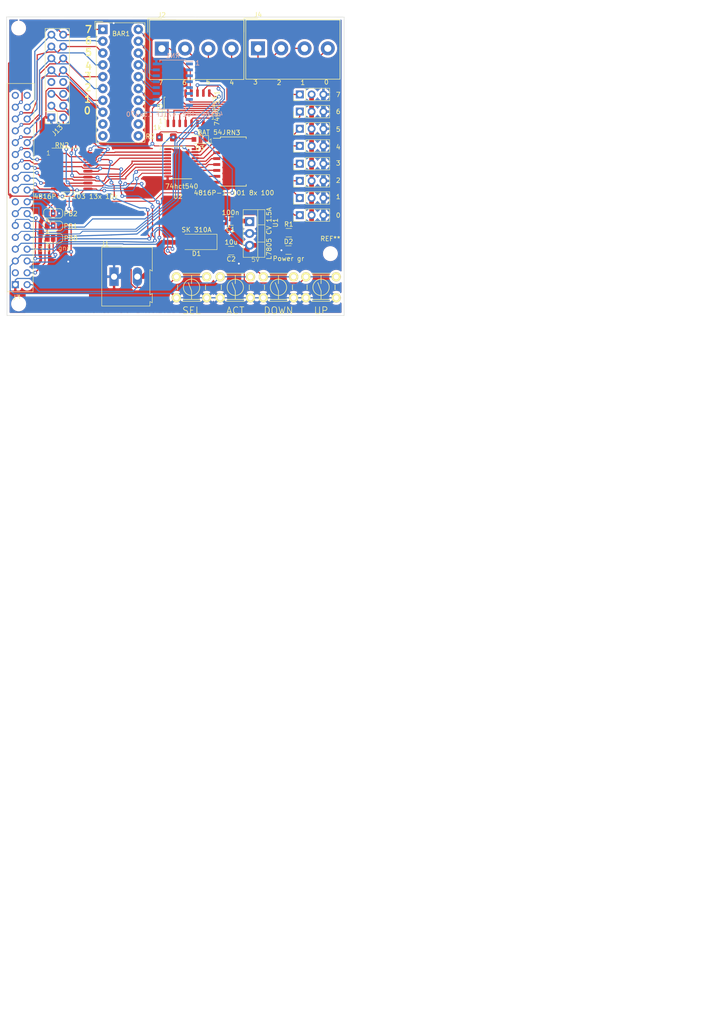
<source format=kicad_pcb>
(kicad_pcb (version 20171130) (host pcbnew 5.1.5+dfsg1-2build2)
  (layers (0 F.Cu signal) (31 B.Cu signal) (34 B.Paste user) (35 F.Paste user) (36 B.SilkS user) (37 F.SilkS user) (38 B.Mask user) (39 F.Mask user) (44 Edge.Cuts user))
  (net 0 "")
  (net 1 "Net-(BAR1-Pad9)")
  (net 2 "Net-(BAR1-Pad10)")
  (net 3 "Net-(BAR1-Pad11)")
  (net 4 "Net-(BAR1-Pad12)")
  (net 5 PD0)
  (net 6 PD1)
  (net 7 PD2)
  (net 8 PD3)
  (net 9 PD4)
  (net 10 PD5)
  (net 11 PD6)
  (net 12 PD7)
  (net 13 "Net-(C1-Pad1)")
  (net 14 +5V)
  (net 15 "Net-(D1-Pad2)")
  (net 16 "Net-(D2-Pad2)")
  (net 17 GND)
  (net 18 "Net-(J2-Pad4)")
  (net 19 "Net-(J2-Pad3)")
  (net 20 "Net-(J2-Pad2)")
  (net 21 "Net-(J3-Pad34)")
  (net 22 PC7)
  (net 23 PC5)
  (net 24 "Net-(J3-Pad33)")
  (net 25 PC6)
  (net 26 PC4)
  (net 27 PC3)
  (net 28 PC2)
  (net 29 PC1)
  (net 30 PC0)
  (net 31 PB2)
  (net 32 PB1)
  (net 33 PB0)
  (net 34 "Net-(J4-Pad4)")
  (net 35 "Net-(J4-Pad3)")
  (net 36 "Net-(J4-Pad2)")
  (net 37 "Net-(J4-Pad1)")
  (net 38 "Net-(J5-Pad1)")
  (net 39 "Net-(J6-Pad1)")
  (net 40 "Net-(J7-Pad1)")
  (net 41 "Net-(J8-Pad1)")
  (net 42 "Net-(J9-Pad1)")
  (net 43 "Net-(J10-Pad1)")
  (net 44 "Net-(J11-Pad1)")
  (net 45 "Net-(J12-Pad1)")
  (net 46 "Net-(RN3-Pad8)")
  (net 47 "Net-(RN3-Pad7)")
  (net 48 "Net-(RN3-Pad6)")
  (net 49 "Net-(RN3-Pad5)")
  (net 50 "Net-(RN3-Pad4)")
  (net 51 "Net-(RN3-Pad3)")
  (net 52 "Net-(RN3-Pad2)")
  (net 53 "Net-(RN3-Pad1)")
  (net 54 "Net-(U3-Pad6)")
  (net 55 "Net-(J2-Pad1)")
  (net 56 "Net-(J3-Pad16)")
  (net 57 PA7)
  (net 58 PA6)
  (net 59 PA5)
  (net 60 PA4)
  (net 61 PA3)
  (net 62 PA2)
  (net 63 PA1)
  (net 64 PA0)
  (net 65 +3V3)
  (net 66 "Net-(D3-Pad1)")
  (net 67 "Net-(J13-Pad8)")
  (net 68 "Net-(J13-Pad7)")
  (net 69 "Net-(J13-Pad6)")
  (net 70 "Net-(RN2-Pad13)")
  (net 71 "Net-(RN1-Pad7)")
  (net 72 "Net-(RN1-Pad6)")
  (net 73 "Net-(RN1-Pad5)")
  (net 74 "Net-(RN1-Pad4)")
  (net 75 "Net-(RN1-Pad3)")
  (net 76 "Net-(RN1-Pad2)")
  (net 77 "Net-(RN1-Pad1)")
  (net 78 /L7)
  (net 79 /L6)
  (net 80 /L0)
  (net 81 /L1)
  (net 82 /L5)
  (net 83 /L4)
  (net 84 /L3)
  (net 85 /L2)
  (net 86 "Net-(J3-Pad4)")
  (module sboxnet:sboxnet-stecker-2x17 (layer F.Cu) (at 20.828 165.4175 180)
    (fp_text reference J3 (at 2.286 -0.254) (layer F.SilkS))
    (fp_text value Conn_02x17_Odd_Even hide)
    (pad 34 thru_hole circle (at 2.54 43.18 180) (size 1.524 1.524) (drill 0.95) (layers *.Cu *.Mask) (net 21 "Net-(J3-Pad34)"))
    (pad 32 thru_hole circle (at 2.54 40.64 180) (size 1.524 1.524) (drill 0.95) (layers *.Cu *.Mask) (net 12 PD7))
    (pad 30 thru_hole circle (at 2.54 38.1 180) (size 1.524 1.524) (drill 0.95) (layers *.Cu *.Mask) (net 10 PD5))
    (pad 28 thru_hole circle (at 2.54 35.56 180) (size 1.524 1.524) (drill 0.95) (layers *.Cu *.Mask) (net 8 PD3))
    (pad 26 thru_hole circle (at 2.54 33.02 180) (size 1.524 1.524) (drill 0.95) (layers *.Cu *.Mask) (net 6 PD1))
    (pad 24 thru_hole circle (at 2.54 30.48 180) (size 1.524 1.524) (drill 0.95) (layers *.Cu *.Mask) (net 22 PC7))
    (pad 22 thru_hole circle (at 2.54 27.94 180) (size 1.524 1.524) (drill 0.95) (layers *.Cu *.Mask) (net 23 PC5))
    (pad 33 thru_hole circle (at 0 43.18 180) (size 1.524 1.524) (drill 0.95) (layers *.Cu *.Mask) (net 24 "Net-(J3-Pad33)"))
    (pad 31 thru_hole circle (at 0 40.64 180) (size 1.524 1.524) (drill 0.95) (layers *.Cu *.Mask) (net 11 PD6))
    (pad 29 thru_hole circle (at 0 38.1 180) (size 1.524 1.524) (drill 0.95) (layers *.Cu *.Mask) (net 9 PD4))
    (pad 27 thru_hole circle (at 0 35.56 180) (size 1.524 1.524) (drill 0.95) (layers *.Cu *.Mask) (net 7 PD2))
    (pad 25 thru_hole circle (at 0 33.02 180) (size 1.524 1.524) (drill 0.95) (layers *.Cu *.Mask) (net 5 PD0))
    (pad 23 thru_hole circle (at 0 30.48 180) (size 1.524 1.524) (drill 0.95) (layers *.Cu *.Mask) (net 25 PC6))
    (pad 21 thru_hole circle (at 0 27.94 180) (size 1.524 1.524) (drill 0.95) (layers *.Cu *.Mask) (net 26 PC4))
    (pad 20 thru_hole circle (at 2.54 25.4 180) (size 1.524 1.524) (drill 0.95) (layers *.Cu *.Mask) (net 27 PC3))
    (pad 19 thru_hole circle (at 0 25.4 180) (size 1.524 1.524) (drill 0.95) (layers *.Cu *.Mask) (net 28 PC2))
    (pad 18 thru_hole circle (at 2.54 22.86 180) (size 1.524 1.524) (drill 0.95) (layers *.Cu *.Mask) (net 29 PC1))
    (pad 17 thru_hole circle (at 0 22.86 180) (size 1.524 1.524) (drill 0.95) (layers *.Cu *.Mask) (net 30 PC0))
    (pad 16 thru_hole circle (at 2.54 20.32 180) (size 1.524 1.524) (drill 0.95) (layers *.Cu *.Mask) (net 56 "Net-(J3-Pad16)"))
    (pad 15 thru_hole circle (at 0 20.32 180) (size 1.524 1.524) (drill 0.95) (layers *.Cu *.Mask) (net 31 PB2))
    (pad 14 thru_hole circle (at 2.54 17.78 180) (size 1.524 1.524) (drill 0.95) (layers *.Cu *.Mask) (net 32 PB1))
    (pad 13 thru_hole circle (at 0 17.78 180) (size 1.524 1.524) (drill 0.95) (layers *.Cu *.Mask) (net 33 PB0))
    (pad 12 thru_hole circle (at 2.54 15.24 180) (size 1.524 1.524) (drill 0.95) (layers *.Cu *.Mask) (net 57 PA7))
    (pad 11 thru_hole circle (at 0 15.24 180) (size 1.524 1.524) (drill 0.95) (layers *.Cu *.Mask) (net 58 PA6))
    (pad 10 thru_hole circle (at 2.54 12.7 180) (size 1.524 1.524) (drill 0.95) (layers *.Cu *.Mask) (net 59 PA5))
    (pad 9 thru_hole circle (at 0 12.7 180) (size 1.524 1.524) (drill 0.95) (layers *.Cu *.Mask) (net 60 PA4))
    (pad 8 thru_hole circle (at 2.54 10.16 180) (size 1.524 1.524) (drill 0.95) (layers *.Cu *.Mask) (net 61 PA3))
    (pad 7 thru_hole circle (at 0 10.16 180) (size 1.524 1.524) (drill 0.95) (layers *.Cu *.Mask) (net 62 PA2))
    (pad 6 thru_hole circle (at 2.54 7.62 180) (size 1.524 1.524) (drill 0.95) (layers *.Cu *.Mask) (net 63 PA1))
    (pad 5 thru_hole circle (at 0 7.62 180) (size 1.524 1.524) (drill 0.95) (layers *.Cu *.Mask) (net 64 PA0))
    (pad 4 thru_hole circle (at 2.54 5.08 180) (size 1.524 1.524) (drill 0.95) (layers *.Cu *.Mask) (net 86 "Net-(J3-Pad4)"))
    (pad 3 thru_hole circle (at 0 5.08 180) (size 1.524 1.524) (drill 0.95) (layers *.Cu *.Mask) (net 65 +3V3))
    (pad 2 thru_hole rect (at 2.54 2.54 180) (size 1.524 1.524) (drill 0.95) (layers *.Cu *.Mask) (net 17 GND))
    (pad 1 thru_hole circle (at 0 2.54 180) (size 1.524 1.524) (drill 0.95) (layers *.Cu *.Mask) (net 15 "Net-(D1-Pad2)"))
  )
  (module TerminalBlock_Altech:Altech_AK300_1x04_P5.00mm_45-Degree (layer F.Cu) (at 49.75 112.2)
    (fp_text reference J2 (at 0 -7.2) (layer F.SilkS))
    (fp_text value Screw_Terminal_01x04)
    (pad 4 thru_hole circle (at 15 0) (size 3 3) (drill 1.5) (layers *.Cu *.Mask) (net 18 "Net-(J2-Pad4)"))
    (pad 3 thru_hole circle (at 10 0) (size 3 3) (drill 1.5) (layers *.Cu *.Mask) (net 19 "Net-(J2-Pad3)"))
    (pad 2 thru_hole circle (at 5 0) (size 3 3) (drill 1.5) (layers *.Cu *.Mask) (net 20 "Net-(J2-Pad2)"))
    (pad 1 thru_hole rect (at 0 0) (size 3 3) (drill 1.5) (layers *.Cu *.Mask) (net 55 "Net-(J2-Pad1)"))
  )
  (module Package_SO:SOIC-16W_5.3x10.2mm_P1.27mm (layer B.Cu) (at 52.10556 119.9388 180)
    (fp_text reference RN1 (at 0 6.2) (layer B.SilkS) (effects (justify mirror)))
    (fp_text value "4816P-T02-471LF 15x470" (at -0.383 -6.362) (layer B.SilkS) (effects (justify mirror)))
    (pad 16 smd rect (at 3.55 4.445 180) (size 1.5 0.6) (layers B.Cu B.Paste B.Mask) (net 17 GND))
    (pad 15 smd rect (at 3.55 3.175 180) (size 1.5 0.6) (layers B.Cu B.Paste B.Mask) (net 80 /L0))
    (pad 14 smd rect (at 3.55 1.905 180) (size 1.5 0.6) (layers B.Cu B.Paste B.Mask) (net 81 /L1))
    (pad 13 smd rect (at 3.55 0.635 180) (size 1.5 0.6) (layers B.Cu B.Paste B.Mask) (net 85 /L2))
    (pad 12 smd rect (at 3.55 -0.635 180) (size 1.5 0.6) (layers B.Cu B.Paste B.Mask) (net 84 /L3))
    (pad 11 smd rect (at 3.55 -1.905 180) (size 1.5 0.6) (layers B.Cu B.Paste B.Mask) (net 83 /L4))
    (pad 10 smd rect (at 3.55 -3.175 180) (size 1.5 0.6) (layers B.Cu B.Paste B.Mask) (net 82 /L5))
    (pad 9 smd rect (at 3.55 -4.445 180) (size 1.5 0.6) (layers B.Cu B.Paste B.Mask) (net 79 /L6))
    (pad 8 smd rect (at -3.55 -4.445 180) (size 1.5 0.6) (layers B.Cu B.Paste B.Mask) (net 78 /L7))
    (pad 7 smd rect (at -3.55 -3.175 180) (size 1.5 0.6) (layers B.Cu B.Paste B.Mask) (net 71 "Net-(RN1-Pad7)"))
    (pad 6 smd rect (at -3.55 -1.905 180) (size 1.5 0.6) (layers B.Cu B.Paste B.Mask) (net 72 "Net-(RN1-Pad6)"))
    (pad 5 smd rect (at -3.55 -0.635 180) (size 1.5 0.6) (layers B.Cu B.Paste B.Mask) (net 73 "Net-(RN1-Pad5)"))
    (pad 4 smd rect (at -3.55 0.635 180) (size 1.5 0.6) (layers B.Cu B.Paste B.Mask) (net 74 "Net-(RN1-Pad4)"))
    (pad 3 smd rect (at -3.55 1.905 180) (size 1.5 0.6) (layers B.Cu B.Paste B.Mask) (net 75 "Net-(RN1-Pad3)"))
    (pad 2 smd rect (at -3.55 3.175 180) (size 1.5 0.6) (layers B.Cu B.Paste B.Mask) (net 76 "Net-(RN1-Pad2)"))
    (pad 1 smd rect (at -3.55 4.445 180) (size 1.5 0.6) (layers B.Cu B.Paste B.Mask) (net 77 "Net-(RN1-Pad1)"))
  )
  (module "" (layer F.Cu) (at 91.4146 165.8366)
    (fp_text reference "" (at 76.9517 155.4539) (layer F.SilkS) (effects (font (size 1.27 1.27))))
    (fp_text value "" (at 76.9517 155.4539) (layer F.SilkS) (effects (font (size 1.27 1.27))))
  )
  (module Resistor_SMD:R_1206_3216Metric_Pad1.42x1.75mm_HandSolder (layer F.Cu) (at 76.9517 155.4539)
    (fp_text reference D2 (at 0 -1.82) (layer F.SilkS))
    (fp_text value "Power gr" (at 0 1.82) (layer F.SilkS))
    (pad 2 smd roundrect (at 1.4875 0) (size 1.425 1.75) (layers F.Cu F.Paste F.Mask) (roundrect_rratio 0.175439) (net 16 "Net-(D2-Pad2)"))
    (pad 1 smd roundrect (at -1.4875 0) (size 1.425 1.75) (layers F.Cu F.Paste F.Mask) (roundrect_rratio 0.175439) (net 17 GND))
  )
  (module Resistor_SMD:R_1206_3216Metric_Pad1.42x1.75mm_HandSolder (layer F.Cu) (at 77.0112 151.7269)
    (fp_text reference R1 (at 0 -1.82) (layer F.SilkS))
    (fp_text value 1k)
    (pad 2 smd roundrect (at 1.4875 0) (size 1.425 1.75) (layers F.Cu F.Paste F.Mask) (roundrect_rratio 0.175439) (net 16 "Net-(D2-Pad2)"))
    (pad 1 smd roundrect (at -1.4875 0) (size 1.425 1.75) (layers F.Cu F.Paste F.Mask) (roundrect_rratio 0.175439) (net 14 +5V))
  )
  (module Package_SO:SOIC-16_4.55x10.3mm_P1.27mm (layer F.Cu) (at 55.5 125 90)
    (fp_text reference U3 (at 0 -6.1 270) (layer F.SilkS))
    (fp_text value 74HCT151 (at 0 6.1 270) (layer F.SilkS))
    (pad 16 smd roundrect (at 3.25 -4.445 90) (size 1.6 0.55) (layers F.Cu F.Paste F.Mask) (net 14 +5V))
    (pad 15 smd roundrect (at 3.25 -3.175 90) (size 1.6 0.55) (layers F.Cu F.Paste F.Mask) (net 18 "Net-(J2-Pad4)"))
    (pad 14 smd roundrect (at 3.25 -1.905 90) (size 1.6 0.55) (layers F.Cu F.Paste F.Mask) (net 19 "Net-(J2-Pad3)"))
    (pad 13 smd roundrect (at 3.25 -0.635 90) (size 1.6 0.55) (layers F.Cu F.Paste F.Mask) (net 20 "Net-(J2-Pad2)"))
    (pad 12 smd roundrect (at 3.25 0.635 90) (size 1.6 0.55) (layers F.Cu F.Paste F.Mask) (net 55 "Net-(J2-Pad1)"))
    (pad 11 smd roundrect (at 3.25 1.905 90) (size 1.6 0.55) (layers F.Cu F.Paste F.Mask) (net 60 PA4))
    (pad 10 smd roundrect (at 3.25 3.175 90) (size 1.6 0.55) (layers F.Cu F.Paste F.Mask) (net 59 PA5))
    (pad 9 smd roundrect (at 3.25 4.445 90) (size 1.6 0.55) (layers F.Cu F.Paste F.Mask) (net 58 PA6))
    (pad 8 smd roundrect (at -3.25 4.445 90) (size 1.6 0.55) (layers F.Cu F.Paste F.Mask) (net 17 GND))
    (pad 7 smd roundrect (at -3.25 3.175 90) (size 1.6 0.55) (layers F.Cu F.Paste F.Mask) (net 17 GND))
    (pad 6 smd roundrect (at -3.25 1.905 90) (size 1.6 0.55) (layers F.Cu F.Paste F.Mask) (net 54 "Net-(U3-Pad6)"))
    (pad 5 smd roundrect (at -3.25 0.635 90) (size 1.6 0.55) (layers F.Cu F.Paste F.Mask) (net 66 "Net-(D3-Pad1)"))
    (pad 4 smd roundrect (at -3.25 -0.635 90) (size 1.6 0.55) (layers F.Cu F.Paste F.Mask) (net 34 "Net-(J4-Pad4)"))
    (pad 3 smd roundrect (at -3.25 -1.905 90) (size 1.6 0.55) (layers F.Cu F.Paste F.Mask) (net 35 "Net-(J4-Pad3)"))
    (pad 2 smd roundrect (at -3.25 -3.175 90) (size 1.6 0.55) (layers F.Cu F.Paste F.Mask) (net 36 "Net-(J4-Pad2)"))
    (pad 1 smd roundrect (at -3.25 -4.445 90) (size 1.6 0.55) (layers F.Cu F.Paste F.Mask) (net 37 "Net-(J4-Pad1)"))
  )
  (module Package_SO:SOIC-16W_5.3x10.2mm_P1.27mm (layer F.Cu) (at 65.1 136.45)
    (fp_text reference RN3 (at 0 -6.2) (layer F.SilkS))
    (fp_text value "4816P-1-101 8x 100" (at 0.15 6.718) (layer F.SilkS))
    (pad 16 smd rect (at 3.55 -4.445) (size 1.5 0.6) (layers F.Cu F.Paste F.Mask) (net 45 "Net-(J12-Pad1)"))
    (pad 15 smd rect (at 3.55 -3.175) (size 1.5 0.6) (layers F.Cu F.Paste F.Mask) (net 44 "Net-(J11-Pad1)"))
    (pad 14 smd rect (at 3.55 -1.905) (size 1.5 0.6) (layers F.Cu F.Paste F.Mask) (net 43 "Net-(J10-Pad1)"))
    (pad 13 smd rect (at 3.55 -0.635) (size 1.5 0.6) (layers F.Cu F.Paste F.Mask) (net 42 "Net-(J9-Pad1)"))
    (pad 12 smd rect (at 3.55 0.635) (size 1.5 0.6) (layers F.Cu F.Paste F.Mask) (net 41 "Net-(J8-Pad1)"))
    (pad 11 smd rect (at 3.55 1.905) (size 1.5 0.6) (layers F.Cu F.Paste F.Mask) (net 40 "Net-(J7-Pad1)"))
    (pad 10 smd rect (at 3.55 3.175) (size 1.5 0.6) (layers F.Cu F.Paste F.Mask) (net 39 "Net-(J6-Pad1)"))
    (pad 9 smd rect (at 3.55 4.445) (size 1.5 0.6) (layers F.Cu F.Paste F.Mask) (net 38 "Net-(J5-Pad1)"))
    (pad 8 smd rect (at -3.55 4.445) (size 1.5 0.6) (layers F.Cu F.Paste F.Mask) (net 46 "Net-(RN3-Pad8)"))
    (pad 7 smd rect (at -3.55 3.175) (size 1.5 0.6) (layers F.Cu F.Paste F.Mask) (net 47 "Net-(RN3-Pad7)"))
    (pad 6 smd rect (at -3.55 1.905) (size 1.5 0.6) (layers F.Cu F.Paste F.Mask) (net 48 "Net-(RN3-Pad6)"))
    (pad 5 smd rect (at -3.55 0.635) (size 1.5 0.6) (layers F.Cu F.Paste F.Mask) (net 49 "Net-(RN3-Pad5)"))
    (pad 4 smd rect (at -3.55 -0.635) (size 1.5 0.6) (layers F.Cu F.Paste F.Mask) (net 50 "Net-(RN3-Pad4)"))
    (pad 3 smd rect (at -3.55 -1.905) (size 1.5 0.6) (layers F.Cu F.Paste F.Mask) (net 51 "Net-(RN3-Pad3)"))
    (pad 2 smd rect (at -3.55 -3.175) (size 1.5 0.6) (layers F.Cu F.Paste F.Mask) (net 52 "Net-(RN3-Pad2)"))
    (pad 1 smd rect (at -3.55 -4.445) (size 1.5 0.6) (layers F.Cu F.Paste F.Mask) (net 53 "Net-(RN3-Pad1)"))
  )
  (module Connector_PinHeader_2.54mm:PinHeader_1x03_P2.54mm_Vertical (layer F.Cu) (at 79.375 129.413 90)
    (fp_text reference J10)
    (fp_text value Conn_01x03_Male hide)
    (pad 3 thru_hole oval (at 0 5.08 90) (size 1.7 1.7) (drill 1) (layers *.Cu *.Mask) (net 17 GND))
    (pad 2 thru_hole oval (at 0 2.54 90) (size 1.7 1.7) (drill 1) (layers *.Cu *.Mask) (net 14 +5V))
    (pad 1 thru_hole rect (at 0 0 90) (size 1.7 1.7) (drill 1) (layers *.Cu *.Mask) (net 43 "Net-(J10-Pad1)"))
  )
  (module Connector_PinHeader_2.54mm:PinHeader_1x03_P2.54mm_Vertical (layer F.Cu) (at 79.375 122.047 90)
    (fp_text reference J12)
    (fp_text value Conn_01x03_Male hide)
    (pad 1 thru_hole rect (at 0 0 90) (size 1.7 1.7) (drill 1) (layers *.Cu *.Mask) (net 45 "Net-(J12-Pad1)"))
    (pad 2 thru_hole oval (at 0 2.54 90) (size 1.7 1.7) (drill 1) (layers *.Cu *.Mask) (net 14 +5V))
    (pad 3 thru_hole oval (at 0 5.08 90) (size 1.7 1.7) (drill 1) (layers *.Cu *.Mask) (net 17 GND))
  )
  (module Connector_PinHeader_2.54mm:PinHeader_1x03_P2.54mm_Vertical (layer F.Cu) (at 79.375 140.589 90)
    (fp_text reference J7)
    (fp_text value Conn_01x03_Male hide)
    (pad 3 thru_hole oval (at 0 5.08 90) (size 1.7 1.7) (drill 1) (layers *.Cu *.Mask) (net 17 GND))
    (pad 2 thru_hole oval (at 0 2.54 90) (size 1.7 1.7) (drill 1) (layers *.Cu *.Mask) (net 14 +5V))
    (pad 1 thru_hole rect (at 0 0 90) (size 1.7 1.7) (drill 1) (layers *.Cu *.Mask) (net 40 "Net-(J7-Pad1)"))
  )
  (module Connector_PinHeader_2.54mm:PinHeader_1x03_P2.54mm_Vertical (layer F.Cu) (at 79.375 136.906 90)
    (fp_text reference J8)
    (fp_text value Conn_01x03_Male hide)
    (pad 3 thru_hole oval (at 0 5.08 90) (size 1.7 1.7) (drill 1) (layers *.Cu *.Mask) (net 17 GND))
    (pad 2 thru_hole oval (at 0 2.54 90) (size 1.7 1.7) (drill 1) (layers *.Cu *.Mask) (net 14 +5V))
    (pad 1 thru_hole rect (at 0 0 90) (size 1.7 1.7) (drill 1) (layers *.Cu *.Mask) (net 41 "Net-(J8-Pad1)"))
  )
  (module Connector_PinHeader_2.54mm:PinHeader_1x03_P2.54mm_Vertical (layer F.Cu) (at 79.375 125.73 90)
    (fp_text reference J11)
    (fp_text value Conn_01x03_Male hide)
    (pad 1 thru_hole rect (at 0 0 90) (size 1.7 1.7) (drill 1) (layers *.Cu *.Mask) (net 44 "Net-(J11-Pad1)"))
    (pad 2 thru_hole oval (at 0 2.54 90) (size 1.7 1.7) (drill 1) (layers *.Cu *.Mask) (net 14 +5V))
    (pad 3 thru_hole oval (at 0 5.08 90) (size 1.7 1.7) (drill 1) (layers *.Cu *.Mask) (net 17 GND))
  )
  (module Connector_PinHeader_2.54mm:PinHeader_1x03_P2.54mm_Vertical (layer F.Cu) (at 79.375 133.096 90)
    (fp_text reference J9)
    (fp_text value Conn_01x03_Male hide)
    (pad 3 thru_hole oval (at 0 5.08 90) (size 1.7 1.7) (drill 1) (layers *.Cu *.Mask) (net 17 GND))
    (pad 2 thru_hole oval (at 0 2.54 90) (size 1.7 1.7) (drill 1) (layers *.Cu *.Mask) (net 14 +5V))
    (pad 1 thru_hole rect (at 0 0 90) (size 1.7 1.7) (drill 1) (layers *.Cu *.Mask) (net 42 "Net-(J9-Pad1)"))
  )
  (module Connector_PinHeader_2.54mm:PinHeader_1x03_P2.54mm_Vertical (layer F.Cu) (at 79.375 147.955 90)
    (fp_text reference J5)
    (fp_text value Conn_01x03_Male hide)
    (pad 3 thru_hole oval (at 0 5.08 90) (size 1.7 1.7) (drill 1) (layers *.Cu *.Mask) (net 17 GND))
    (pad 2 thru_hole oval (at 0 2.54 90) (size 1.7 1.7) (drill 1) (layers *.Cu *.Mask) (net 14 +5V))
    (pad 1 thru_hole rect (at 0 0 90) (size 1.7 1.7) (drill 1) (layers *.Cu *.Mask) (net 38 "Net-(J5-Pad1)"))
  )
  (module Connector_PinHeader_2.54mm:PinHeader_1x03_P2.54mm_Vertical (layer F.Cu) (at 79.375 144.272 90)
    (fp_text reference J6)
    (fp_text value Conn_01x03_Male hide)
    (pad 3 thru_hole oval (at 0 5.08 90) (size 1.7 1.7) (drill 1) (layers *.Cu *.Mask) (net 17 GND))
    (pad 2 thru_hole oval (at 0 2.54 90) (size 1.7 1.7) (drill 1) (layers *.Cu *.Mask) (net 14 +5V))
    (pad 1 thru_hole rect (at 0 0 90) (size 1.7 1.7) (drill 1) (layers *.Cu *.Mask) (net 39 "Net-(J6-Pad1)"))
  )
  (module Package_TO_SOT_THT:TO-220-3_Vertical (layer F.Cu) (at 68.6 149.35 270)
    (fp_text reference U1 (at 0.256 -5.568 90) (layer F.SilkS))
    (fp_text value "L7805 CV 1.5A" (at 2.542 -4.171 90) (layer F.SilkS))
    (pad 3 thru_hole oval (at 5.08 0 270) (size 1.905 2) (drill 1.1) (layers *.Cu *.Mask) (net 14 +5V))
    (pad 2 thru_hole oval (at 2.54 0 270) (size 1.905 2) (drill 1.1) (layers *.Cu *.Mask) (net 17 GND))
    (pad 1 thru_hole rect (at 0 0 270) (size 1.905 2) (drill 1.1) (layers *.Cu *.Mask) (net 13 "Net-(C1-Pad1)"))
  )
  (module Diode_SMD:D_SOD-323_HandSoldering (layer F.Cu) (at 57.9 131.7 180)
    (fp_text reference D3 (at 0 -1.85) (layer F.SilkS))
    (fp_text value "BAT 54J NXP")
    (pad 2 smd rect (at 1.25 0 180) (size 1 1) (layers F.Cu F.Paste F.Mask) (net 57 PA7))
    (pad 1 smd rect (at -1.25 0 180) (size 1 1) (layers F.Cu F.Paste F.Mask) (net 66 "Net-(D3-Pad1)"))
  )
  (module MountingHole:MountingHole_2.2mm_M2 (layer F.Cu) (at 85.9536 156.2227)
    (fp_text reference REF** (at 0 -3.2) (layer F.SilkS))
    (fp_text value MountingHole_2.2mm_M2 hide)
    (pad 1 np_thru_hole circle (at 0 0) (size 2.2 2.2) (drill 2.2) (layers *.Cu *.Mask))
  )
  (module MountingHole:MountingHole_2.2mm_M2 (layer F.Cu) (at 19 167)
    (fp_text reference REF** hide)
    (fp_text value MountingHole_2.2mm_M2 hide)
    (pad 1 np_thru_hole circle (at 0 0) (size 2.2 2.2) (drill 2.2) (layers *.Cu *.Mask))
  )
  (module MountingHole:MountingHole_2.2mm_M2 (layer F.Cu) (at 19 107.8)
    (fp_text reference REF** hide)
    (fp_text value MountingHole_2.2mm_M2 hide)
    (pad 1 np_thru_hole circle (at 0 0) (size 2.2 2.2) (drill 2.2) (layers *.Cu *.Mask))
  )
  (module sboxnet:soic-14-8-6 (layer F.Cu) (at 26.8986 133.4389)
    (fp_text reference RN2 (at 1.397 -0.508) (layer F.SilkS))
    (fp_text value "4816P-2-103 13x 10k" (at 4.4014 10.5111) (layer F.SilkS))
    (pad 14 smd roundrect (at 6.985 1.27) (size 1.95 0.6) (layers F.Cu F.Paste F.Mask) (net 14 +5V))
    (pad 13 smd roundrect (at 6.985 2.54) (size 1.95 0.6) (layers F.Cu F.Paste F.Mask) (net 70 "Net-(RN2-Pad13)"))
    (pad 12 smd roundrect (at 6.985 3.81) (size 1.95 0.6) (layers F.Cu F.Paste F.Mask) (net 61 PA3))
    (pad 11 smd roundrect (at 6.985 5.08) (size 1.95 0.6) (layers F.Cu F.Paste F.Mask) (net 62 PA2))
    (pad 10 smd roundrect (at 6.985 6.35) (size 1.95 0.6) (layers F.Cu F.Paste F.Mask) (net 63 PA1))
    (pad 9 smd roundrect (at 6.985 7.62) (size 1.95 0.6) (layers F.Cu F.Paste F.Mask) (net 64 PA0))
    (pad 8 smd roundrect (at 6.985 8.89) (size 1.95 0.6) (layers F.Cu F.Paste F.Mask) (net 30 PC0))
    (pad 7 smd roundrect (at 0 8.89) (size 1.95 0.6) (layers F.Cu F.Paste F.Mask) (net 29 PC1))
    (pad 6 smd roundrect (at 0 7.62) (size 1.95 0.6) (layers F.Cu F.Paste F.Mask) (net 28 PC2))
    (pad 5 smd roundrect (at 0 6.35) (size 1.95 0.6) (layers F.Cu F.Paste F.Mask) (net 27 PC3))
    (pad 4 smd roundrect (at 0 5.08) (size 1.95 0.6) (layers F.Cu F.Paste F.Mask) (net 26 PC4))
    (pad 3 smd roundrect (at 0 3.81) (size 1.95 0.6) (layers F.Cu F.Paste F.Mask) (net 23 PC5))
    (pad 2 smd roundrect (at 0 2.54) (size 1.95 0.6) (layers F.Cu F.Paste F.Mask) (net 25 PC6))
    (pad 1 smd roundrect (at 0 1.27) (size 1.95 0.6) (layers F.Cu F.Paste F.Mask) (net 22 PC7))
  )
  (module sboxnet:JTP-1130 (layer F.Cu) (at 56.134 163.449)
    (fp_text reference SW4 hide)
    (fp_text value SEL (at 0 5) (layer F.SilkS) (effects (font (size 1.5 1.5))))
    (pad 1 thru_hole circle (at 3.25 2.25) (size 2 2) (drill 1.1) (layers *.Cu *.Mask F.SilkS) (net 17 GND))
    (pad 1 thru_hole circle (at -3.25 2.25) (size 2 2) (drill 1.1) (layers *.Cu *.Mask F.SilkS) (net 17 GND))
    (pad 2 thru_hole circle (at 3.25 -2.25) (size 2 2) (drill 1.1) (layers *.Cu *.Mask F.SilkS) (net 64 PA0))
    (pad 2 thru_hole circle (at -3.25 -2.25) (size 2 2) (drill 1.1) (layers *.Cu *.Mask F.SilkS) (net 64 PA0))
  )
  (module sboxnet:JTP-1130 (layer F.Cu) (at 83.947 163.449)
    (fp_text reference SW1 hide)
    (fp_text value UP (at 0 5) (layer F.SilkS) (effects (font (size 1.5 1.5))))
    (pad 1 thru_hole circle (at 3.25 2.25) (size 2 2) (drill 1.1) (layers *.Cu *.Mask F.SilkS) (net 17 GND))
    (pad 1 thru_hole circle (at -3.25 2.25) (size 2 2) (drill 1.1) (layers *.Cu *.Mask F.SilkS) (net 17 GND))
    (pad 2 thru_hole circle (at 3.25 -2.25) (size 2 2) (drill 1.1) (layers *.Cu *.Mask F.SilkS) (net 61 PA3))
    (pad 2 thru_hole circle (at -3.25 -2.25) (size 2 2) (drill 1.1) (layers *.Cu *.Mask F.SilkS) (net 61 PA3))
  )
  (module Display:HDSP-4830 (layer F.Cu) (at 37.084 108.077)
    (fp_text reference BAR1 (at 3.916 0.923) (layer F.SilkS))
    (fp_text value "HDSP-4830_2 10x LED")
    (pad 20 thru_hole circle (at 7.62 0 270) (size 2.032 2.032) (drill 0.9144) (layers *.Cu *.Mask) (net 80 /L0))
    (pad 19 thru_hole circle (at 7.62 2.54 270) (size 2.032 2.032) (drill 0.9144) (layers *.Cu *.Mask) (net 81 /L1))
    (pad 18 thru_hole circle (at 7.62 5.08 270) (size 2.032 2.032) (drill 0.9144) (layers *.Cu *.Mask) (net 85 /L2))
    (pad 17 thru_hole circle (at 7.62 7.62 270) (size 2.032 2.032) (drill 0.9144) (layers *.Cu *.Mask) (net 84 /L3))
    (pad 9 thru_hole circle (at 0 20.32 270) (size 2.032 2.032) (drill 0.9144) (layers *.Cu *.Mask) (net 1 "Net-(BAR1-Pad9)"))
    (pad 10 thru_hole circle (at 0 22.86 270) (size 2.032 2.032) (drill 0.9144) (layers *.Cu *.Mask) (net 2 "Net-(BAR1-Pad10)"))
    (pad 11 thru_hole circle (at 7.62 22.86 270) (size 2.032 2.032) (drill 0.9144) (layers *.Cu *.Mask) (net 3 "Net-(BAR1-Pad11)"))
    (pad 12 thru_hole circle (at 7.62 20.32 270) (size 2.032 2.032) (drill 0.9144) (layers *.Cu *.Mask) (net 4 "Net-(BAR1-Pad12)"))
    (pad 8 thru_hole circle (at 0 17.78 270) (size 2.032 2.032) (drill 0.9144) (layers *.Cu *.Mask) (net 5 PD0))
    (pad 7 thru_hole circle (at 0 15.24 270) (size 2.032 2.032) (drill 0.9144) (layers *.Cu *.Mask) (net 6 PD1))
    (pad 6 thru_hole circle (at 0 12.7 270) (size 2.032 2.032) (drill 0.9144) (layers *.Cu *.Mask) (net 7 PD2))
    (pad 5 thru_hole circle (at 0 10.16 270) (size 2.032 2.032) (drill 0.9144) (layers *.Cu *.Mask) (net 8 PD3))
    (pad 16 thru_hole circle (at 7.62 10.16 270) (size 2.032 2.032) (drill 0.9144) (layers *.Cu *.Mask) (net 83 /L4))
    (pad 15 thru_hole circle (at 7.62 12.7 270) (size 2.032 2.032) (drill 0.9144) (layers *.Cu *.Mask) (net 82 /L5))
    (pad 14 thru_hole circle (at 7.62 15.24 270) (size 2.032 2.032) (drill 0.9144) (layers *.Cu *.Mask) (net 79 /L6))
    (pad 13 thru_hole circle (at 7.62 17.78 270) (size 2.032 2.032) (drill 0.9144) (layers *.Cu *.Mask) (net 78 /L7))
    (pad 4 thru_hole circle (at 0 7.62 270) (size 2.032 2.032) (drill 0.9144) (layers *.Cu *.Mask) (net 9 PD4))
    (pad 3 thru_hole circle (at 0 5.08 270) (size 2.032 2.032) (drill 0.9144) (layers *.Cu *.Mask) (net 10 PD5))
    (pad 2 thru_hole circle (at 0 2.54 270) (size 2.032 2.032) (drill 0.9144) (layers *.Cu *.Mask) (net 11 PD6))
    (pad 1 thru_hole rect (at 0 0 270) (size 2.032 2.032) (drill 0.9144) (layers *.Cu *.Mask) (net 12 PD7))
  )
  (module Connector_PinSocket_2.54mm:PinSocket_2x08_P2.54mm_Vertical (layer F.Cu) (at 26.035 127 180)
    (fp_text reference J13 (at -1.27 -2.77 225) (layer F.SilkS))
    (fp_text value Conn_02x08_Top_Bottom)
    (pad 16 thru_hole oval (at -2.54 17.78 180) (size 1.7 1.7) (drill 1) (layers *.Cu *.Mask) (net 12 PD7))
    (pad 15 thru_hole oval (at 0 17.78 180) (size 1.7 1.7) (drill 1) (layers *.Cu *.Mask) (net 11 PD6))
    (pad 14 thru_hole oval (at -2.54 15.24 180) (size 1.7 1.7) (drill 1) (layers *.Cu *.Mask) (net 10 PD5))
    (pad 13 thru_hole oval (at 0 15.24 180) (size 1.7 1.7) (drill 1) (layers *.Cu *.Mask) (net 9 PD4))
    (pad 12 thru_hole oval (at -2.54 12.7 180) (size 1.7 1.7) (drill 1) (layers *.Cu *.Mask) (net 8 PD3))
    (pad 11 thru_hole oval (at 0 12.7 180) (size 1.7 1.7) (drill 1) (layers *.Cu *.Mask) (net 7 PD2))
    (pad 10 thru_hole oval (at -2.54 10.16 180) (size 1.7 1.7) (drill 1) (layers *.Cu *.Mask) (net 6 PD1))
    (pad 9 thru_hole oval (at 0 10.16 180) (size 1.7 1.7) (drill 1) (layers *.Cu *.Mask) (net 5 PD0))
    (pad 8 thru_hole oval (at -2.54 7.62 180) (size 1.7 1.7) (drill 1) (layers *.Cu *.Mask) (net 67 "Net-(J13-Pad8)"))
    (pad 7 thru_hole oval (at 0 7.62 180) (size 1.7 1.7) (drill 1) (layers *.Cu *.Mask) (net 68 "Net-(J13-Pad7)"))
    (pad 6 thru_hole oval (at -2.54 5.08 180) (size 1.7 1.7) (drill 1) (layers *.Cu *.Mask) (net 69 "Net-(J13-Pad6)"))
    (pad 5 thru_hole oval (at 0 5.08 180) (size 1.7 1.7) (drill 1) (layers *.Cu *.Mask) (net 61 PA3))
    (pad 4 thru_hole oval (at -2.54 2.54 180) (size 1.7 1.7) (drill 1) (layers *.Cu *.Mask) (net 62 PA2))
    (pad 3 thru_hole oval (at 0 2.54 180) (size 1.7 1.7) (drill 1) (layers *.Cu *.Mask) (net 63 PA1))
    (pad 2 thru_hole oval (at -2.54 0 180) (size 1.7 1.7) (drill 1) (layers *.Cu *.Mask) (net 64 PA0))
    (pad 1 thru_hole rect (at 0 0 180) (size 1.7 1.7) (drill 1) (layers *.Cu *.Mask) (net 17 GND))
  )
  (module Package_SO:TSSOP-20_4.4x6.5mm_P0.65mm (layer F.Cu) (at 53.95 136.7)
    (fp_text reference U2 (at -0.734 7.221) (layer F.SilkS))
    (fp_text value 74hct540 (at 0.066 5.071) (layer F.SilkS))
    (pad 20 smd rect (at 2.95 -2.925) (size 1.45 0.45) (layers F.Cu F.Paste F.Mask) (net 14 +5V))
    (pad 19 smd rect (at 2.95 -2.275) (size 1.45 0.45) (layers F.Cu F.Paste F.Mask) (net 17 GND))
    (pad 18 smd rect (at 2.95 -1.625) (size 1.45 0.45) (layers F.Cu F.Paste F.Mask) (net 53 "Net-(RN3-Pad1)"))
    (pad 17 smd rect (at 2.95 -0.975) (size 1.45 0.45) (layers F.Cu F.Paste F.Mask) (net 52 "Net-(RN3-Pad2)"))
    (pad 16 smd rect (at 2.95 -0.325) (size 1.45 0.45) (layers F.Cu F.Paste F.Mask) (net 51 "Net-(RN3-Pad3)"))
    (pad 15 smd rect (at 2.95 0.325) (size 1.45 0.45) (layers F.Cu F.Paste F.Mask) (net 50 "Net-(RN3-Pad4)"))
    (pad 14 smd rect (at 2.95 0.975) (size 1.45 0.45) (layers F.Cu F.Paste F.Mask) (net 49 "Net-(RN3-Pad5)"))
    (pad 13 smd rect (at 2.95 1.625) (size 1.45 0.45) (layers F.Cu F.Paste F.Mask) (net 48 "Net-(RN3-Pad6)"))
    (pad 12 smd rect (at 2.95 2.275) (size 1.45 0.45) (layers F.Cu F.Paste F.Mask) (net 47 "Net-(RN3-Pad7)"))
    (pad 11 smd rect (at 2.95 2.925) (size 1.45 0.45) (layers F.Cu F.Paste F.Mask) (net 46 "Net-(RN3-Pad8)"))
    (pad 10 smd rect (at -2.95 2.925) (size 1.45 0.45) (layers F.Cu F.Paste F.Mask) (net 17 GND))
    (pad 9 smd rect (at -2.95 2.275) (size 1.45 0.45) (layers F.Cu F.Paste F.Mask) (net 30 PC0))
    (pad 8 smd rect (at -2.95 1.625) (size 1.45 0.45) (layers F.Cu F.Paste F.Mask) (net 29 PC1))
    (pad 7 smd rect (at -2.95 0.975) (size 1.45 0.45) (layers F.Cu F.Paste F.Mask) (net 28 PC2))
    (pad 6 smd rect (at -2.95 0.325) (size 1.45 0.45) (layers F.Cu F.Paste F.Mask) (net 27 PC3))
    (pad 5 smd rect (at -2.95 -0.325) (size 1.45 0.45) (layers F.Cu F.Paste F.Mask) (net 26 PC4))
    (pad 4 smd rect (at -2.95 -0.975) (size 1.45 0.45) (layers F.Cu F.Paste F.Mask) (net 23 PC5))
    (pad 3 smd rect (at -2.95 -1.625) (size 1.45 0.45) (layers F.Cu F.Paste F.Mask) (net 25 PC6))
    (pad 2 smd rect (at -2.95 -2.275) (size 1.45 0.45) (layers F.Cu F.Paste F.Mask) (net 22 PC7))
    (pad 1 smd rect (at -2.95 -2.925) (size 1.45 0.45) (layers F.Cu F.Paste F.Mask) (net 17 GND))
  )
  (module Resistor_SMD:R_1206_3216Metric_Pad1.42x1.75mm_HandSolder (layer F.Cu) (at 50.72888 131.25196 180)
    (fp_text reference R2 (at 3.48488 0.18796) (layer F.SilkS))
    (fp_text value 100)
    (pad 2 smd roundrect (at 1.4875 0 180) (size 1.425 1.75) (layers F.Cu F.Paste F.Mask) (roundrect_rratio 0.175439) (net 65 +3V3))
    (pad 1 smd roundrect (at -1.4875 0 180) (size 1.425 1.75) (layers F.Cu F.Paste F.Mask) (roundrect_rratio 0.175439) (net 57 PA7))
  )
  (module Capacitor_SMD:C_1206_3216Metric (layer F.Cu) (at 64.643 155.575 180)
    (fp_text reference C2 (at 0 -1.82) (layer F.SilkS))
    (fp_text value 10u (at 0 1.82) (layer F.SilkS))
    (pad 2 smd roundrect (at 1.4 0 180) (size 1.25 1.75) (layers F.Cu F.Paste F.Mask) (roundrect_rratio 0.2) (net 17 GND))
    (pad 1 smd roundrect (at -1.4 0 180) (size 1.25 1.75) (layers F.Cu F.Paste F.Mask) (roundrect_rratio 0.2) (net 14 +5V))
  )
  (module Capacitor_SMD:C_1206_3216Metric (layer F.Cu) (at 64.516 149.225 180)
    (fp_text reference C1 (at 0 -1.82) (layer F.SilkS))
    (fp_text value 100n (at 0 1.82) (layer F.SilkS))
    (pad 2 smd roundrect (at 1.4 0 180) (size 1.25 1.75) (layers F.Cu F.Paste F.Mask) (roundrect_rratio 0.2) (net 17 GND))
    (pad 1 smd roundrect (at -1.4 0 180) (size 1.25 1.75) (layers F.Cu F.Paste F.Mask) (roundrect_rratio 0.2) (net 13 "Net-(C1-Pad1)"))
  )
  (module sboxnet:JTP-1130 (layer F.Cu) (at 65.532 163.449)
    (fp_text reference SW3 hide)
    (fp_text value ACT (at 0 5) (layer F.SilkS) (effects (font (size 1.5 1.5))))
    (pad 1 thru_hole circle (at 3.25 2.25) (size 2 2) (drill 1.1) (layers *.Cu *.Mask F.SilkS) (net 17 GND))
    (pad 1 thru_hole circle (at -3.25 2.25) (size 2 2) (drill 1.1) (layers *.Cu *.Mask F.SilkS) (net 17 GND))
    (pad 2 thru_hole circle (at 3.25 -2.25) (size 2 2) (drill 1.1) (layers *.Cu *.Mask F.SilkS) (net 63 PA1))
    (pad 2 thru_hole circle (at -3.25 -2.25) (size 2 2) (drill 1.1) (layers *.Cu *.Mask F.SilkS) (net 63 PA1))
  )
  (module sboxnet:JTP-1130 (layer F.Cu) (at 74.803 163.449)
    (fp_text reference SW2 hide)
    (fp_text value DOWN (at 0 5) (layer F.SilkS) (effects (font (size 1.5 1.5))))
    (pad 1 thru_hole circle (at 3.25 2.25) (size 2 2) (drill 1.1) (layers *.Cu *.Mask F.SilkS) (net 17 GND))
    (pad 1 thru_hole circle (at -3.25 2.25) (size 2 2) (drill 1.1) (layers *.Cu *.Mask F.SilkS) (net 17 GND))
    (pad 2 thru_hole circle (at 3.25 -2.25) (size 2 2) (drill 1.1) (layers *.Cu *.Mask F.SilkS) (net 62 PA2))
    (pad 2 thru_hole circle (at -3.25 -2.25) (size 2 2) (drill 1.1) (layers *.Cu *.Mask F.SilkS) (net 62 PA2))
  )
  (module Jumper:SolderJumper-3_P1.3mm_Open_RoundedPad1.0x1.5mm (layer F.Cu) (at 26.416 150.241)
    (fp_text reference JP3 hide)
    (fp_text value SolderJumper_3_Open hide)
    (pad 2 smd rect (at 0 0) (size 1 1.5) (layers F.Cu F.Mask) (net 32 PB1))
    (pad 3 smd custom (at 1.3 0) (size 1 0.5) (layers F.Cu F.Mask) (net 17 GND) (options (clearance outline) (anchor rect)) (primitives (gr_circle (center 0 0.25) (end 0.5 0.25) (width 0)) (gr_circle (center 0 -0.25) (end 0.5 -0.25) (width 0)) (gr_poly (pts (xy -0.55 -0.75) (xy 0 -0.75) (xy 0 0.75) (xy -0.55 0.75)) (width 0))))
    (pad 1 smd custom (at -1.3 0) (size 1 0.5) (layers F.Cu F.Mask) (net 65 +3V3) (options (clearance outline) (anchor rect)) (primitives (gr_circle (center 0 0.25) (end 0.5 0.25) (width 0)) (gr_circle (center 0 -0.25) (end 0.5 -0.25) (width 0)) (gr_poly (pts (xy 0.55 -0.75) (xy 0 -0.75) (xy 0 0.75) (xy 0.55 0.75)) (width 0))))
  )
  (module Jumper:SolderJumper-3_P1.3mm_Open_RoundedPad1.0x1.5mm (layer F.Cu) (at 26.416 152.908)
    (fp_text reference JP2 hide)
    (fp_text value SolderJumper_3_Open hide)
    (pad 2 smd rect (at 0 0) (size 1 1.5) (layers F.Cu F.Mask) (net 33 PB0))
    (pad 3 smd custom (at 1.3 0) (size 1 0.5) (layers F.Cu F.Mask) (net 17 GND) (options (clearance outline) (anchor rect)) (primitives (gr_circle (center 0 0.25) (end 0.5 0.25) (width 0)) (gr_circle (center 0 -0.25) (end 0.5 -0.25) (width 0)) (gr_poly (pts (xy -0.55 -0.75) (xy 0 -0.75) (xy 0 0.75) (xy -0.55 0.75)) (width 0))))
    (pad 1 smd custom (at -1.3 0) (size 1 0.5) (layers F.Cu F.Mask) (net 65 +3V3) (options (clearance outline) (anchor rect)) (primitives (gr_circle (center 0 0.25) (end 0.5 0.25) (width 0)) (gr_circle (center 0 -0.25) (end 0.5 -0.25) (width 0)) (gr_poly (pts (xy 0.55 -0.75) (xy 0 -0.75) (xy 0 0.75) (xy 0.55 0.75)) (width 0))))
  )
  (module Jumper:SolderJumper-3_P1.3mm_Open_RoundedPad1.0x1.5mm (layer F.Cu) (at 26.416 147.574)
    (fp_text reference JP1 hide)
    (fp_text value SolderJumper_3_Open hide)
    (pad 2 smd rect (at 0 0) (size 1 1.5) (layers F.Cu F.Mask) (net 31 PB2))
    (pad 3 smd custom (at 1.3 0) (size 1 0.5) (layers F.Cu F.Mask) (net 17 GND) (options (clearance outline) (anchor rect)) (primitives (gr_circle (center 0 0.25) (end 0.5 0.25) (width 0)) (gr_circle (center 0 -0.25) (end 0.5 -0.25) (width 0)) (gr_poly (pts (xy -0.55 -0.75) (xy 0 -0.75) (xy 0 0.75) (xy -0.55 0.75)) (width 0))))
    (pad 1 smd custom (at -1.3 0) (size 1 0.5) (layers F.Cu F.Mask) (net 65 +3V3) (options (clearance outline) (anchor rect)) (primitives (gr_circle (center 0 0.25) (end 0.5 0.25) (width 0)) (gr_circle (center 0 -0.25) (end 0.5 -0.25) (width 0)) (gr_poly (pts (xy 0.55 -0.75) (xy 0 -0.75) (xy 0 0.75) (xy 0.55 0.75)) (width 0))))
  )
  (module TerminalBlock_Altech:Altech_AK300_1x04_P5.00mm_45-Degree (layer F.Cu) (at 70.4 112.15)
    (fp_text reference J4 (at 0 -7.2) (layer F.SilkS))
    (fp_text value Screw_Terminal_01x04)
    (pad 4 thru_hole circle (at 15 0) (size 3 3) (drill 1.5) (layers *.Cu *.Mask) (net 34 "Net-(J4-Pad4)"))
    (pad 3 thru_hole circle (at 10 0) (size 3 3) (drill 1.5) (layers *.Cu *.Mask) (net 35 "Net-(J4-Pad3)"))
    (pad 2 thru_hole circle (at 5 0) (size 3 3) (drill 1.5) (layers *.Cu *.Mask) (net 36 "Net-(J4-Pad2)"))
    (pad 1 thru_hole rect (at 0 0) (size 3 3) (drill 1.5) (layers *.Cu *.Mask) (net 37 "Net-(J4-Pad1)"))
  )
  (module TerminalBlock:TerminalBlock_Altech_AK300-2_P5.00mm (layer F.Cu) (at 39.497 161.163)
    (fp_text reference J1 (at -1.92 -6.99) (layer F.SilkS))
    (fp_text value Screw_Terminal_01x02 hide)
    (pad 2 thru_hole oval (at 5 0) (size 1.98 3.96) (drill 1.32) (layers *.Cu *.Mask) (net 15 "Net-(D1-Pad2)"))
    (pad 1 thru_hole rect (at 0 0) (size 1.98 3.96) (drill 1.32) (layers *.Cu *.Mask) (net 17 GND))
  )
  (module Diode_SMD:D_SMA_Handsoldering (layer F.Cu) (at 57.2 153.7 180)
    (fp_text reference D1 (at 0 -2.5) (layer F.SilkS))
    (fp_text value "SK 310A" (at 0 2.6) (layer F.SilkS))
    (pad 2 smd rect (at 2.5 0 180) (size 3.5 1.8) (layers F.Cu F.Paste F.Mask) (net 15 "Net-(D1-Pad2)"))
    (pad 1 smd rect (at -2.5 0 180) (size 3.5 1.8) (layers F.Cu F.Paste F.Mask) (net 13 "Net-(C1-Pad1)"))
  )
  (gr_text 1 (at 49.53 127.762) (layer F.SilkS) (effects (font (size 1 1) (thickness 0.1))))
  (gr_text 1 (at 60.325 132.08) (layer F.SilkS) (effects (font (size 1 1) (thickness 0.1))))
  (gr_text 1 (at 49.53 133.35) (layer F.SilkS) (effects (font (size 1 1) (thickness 0.1))))
  (gr_text 1 (at 25.4 134.62) (layer F.SilkS) (effects (font (size 1 1) (thickness 0.1))))
  (gr_text 5V (at 69.85 157.48) (layer F.SilkS) (effects (font (size 1 1) (thickness 0.1))))
  (gr_text 1 (at 80.01 119.5) (layer F.SilkS) (effects (font (size 1 1))))
  (gr_text "BAT 54J" (at 60.452 130.175) (layer F.SilkS) (effects (font (size 1 1))))
  (gr_text 1k (at 48.768 129.159) (layer F.SilkS) (effects (font (size 1 1))))
  (gr_text 1 (at 57.44972 115.29568) (layer B.SilkS) (effects (font (size 1 1))))
  (gr_text +3.3 (at 23.88 155.25) (layer F.SilkS) (effects (font (size 1 1) (thickness 0.1))))
  (gr_text gnd (at 28.83 154.99) (layer F.SilkS) (effects (font (size 1 1) (thickness 0.1))))
  (gr_text PB2 (at 30.17 147.66) (layer F.SilkS) (effects (font (size 1 1))))
  (gr_text PB1 (at 30.16 150.31) (layer F.SilkS) (effects (font (size 1 1))))
  (gr_text PB0 (at 30.2 152.93) (layer F.SilkS) (effects (font (size 1 1))))
  (gr_text tom@tom.ist-im-web.de (at 30.56636 162.56) (layer F.Cu) (effects (font (size 0.5 0.5) (thickness 0.1))))
  (gr_text "Thomas Maier 14.09.2021" (at 42.9 168.4) (layer F.Cu) (effects (font (size 1 1))))
  (gr_text "sboxnet weichen\n-servo v2" (at 27.3 166.9) (layer F.Cu) (effects (font (size 1 1))))
  (gr_text 7 (at 87.63 122.1) (layer F.SilkS) (effects (font (size 1 1))))
  (gr_text 6 (at 87.63 125.73) (layer F.SilkS) (effects (font (size 1 1))))
  (gr_text 5 (at 87.63 129.54) (layer F.SilkS) (effects (font (size 1 1))))
  (gr_text 4 (at 87.63 133.35) (layer F.SilkS) (effects (font (size 1 1))))
  (gr_text 3 (at 87.63 136.8) (layer F.SilkS) (effects (font (size 1 1))))
  (gr_text 2 (at 87.63 140.5) (layer F.SilkS) (effects (font (size 1 1))))
  (gr_text 1 (at 87.63 144) (layer F.SilkS) (effects (font (size 1 1))))
  (gr_text 0 (at 87.63 148) (layer F.SilkS) (effects (font (size 1 1))))
  (gr_text 7 (at 49.53 119.5) (layer F.SilkS) (effects (font (size 1 1))))
  (gr_text 6 (at 54.61 119.5) (layer F.SilkS) (effects (font (size 1 1))))
  (gr_text 5 (at 59.69 119.4) (layer F.SilkS) (effects (font (size 1 1))))
  (gr_text 4 (at 64.77 119.5) (layer F.SilkS) (effects (font (size 1 1))))
  (gr_text 3 (at 69.85 119.38) (layer F.SilkS) (effects (font (size 1 1))))
  (gr_text 2 (at 74.93 119.5) (layer F.SilkS) (effects (font (size 1 1))))
  (gr_text 0 (at 85.09 119.4) (layer F.SilkS) (effects (font (size 1 1))))
  (gr_line (start 88.9 105.425) (end 16.425 105.4) (layer Edge.Cuts) (width 0.1))
  (gr_line (start 16.5 169.5) (end 16.425 105.4) (layer Edge.Cuts) (width 0.1))
  (gr_line (start 88.9 169.5) (end 16.5 169.5) (layer Edge.Cuts) (width 0.1))
  (gr_line (start 88.9 105.425) (end 88.9 169.5) (layer Edge.Cuts) (width 0.1))
  (gr_text 1 (at 33.8328 123.04268) (layer F.SilkS) (effects (font (size 1.5 1.5) (thickness 0.3))))
  (gr_text 2 (at 33.87344 120.57888) (layer F.SilkS) (effects (font (size 1.5 1.5) (thickness 0.3))))
  (gr_text 3 (at 33.91408 118.14048) (layer F.SilkS) (effects (font (size 1.5 1.5) (thickness 0.3))))
  (gr_text 4 (at 34 116) (layer F.SilkS) (effects (font (size 1.5 1.5) (thickness 0.3))))
  (gr_text 5 (at 34.0106 113) (layer F.SilkS) (effects (font (size 1.5 1.5) (thickness 0.3))))
  (gr_text 6 (at 34 110.5) (layer F.SilkS) (effects (font (size 1.5 1.5) (thickness 0.3))))
  (gr_text 7 (at 34 108.077) (layer F.SilkS) (effects (font (size 1.5 1.5) (thickness 0.3))))
  (gr_text 0 (at 33.7439 125.5268) (layer F.SilkS) (effects (font (size 1.5 1.5) (thickness 0.3))))
  (segment (start 20.828 132.3975) (end 23.94501 129.28049) (width 0.25) (layer B.Cu) (net 5))
  (segment (start 23.94501 118.92999) (end 26.035 116.84) (width 0.25) (layer B.Cu) (net 5))
  (segment (start 23.94501 129.28049) (end 23.94501 118.92999) (width 0.25) (layer B.Cu) (net 5))
  (segment (start 29.4005 118.1608) (end 29.431999 118.204999) (width 0.25) (layer B.Cu) (net 5))
  (segment (start 27.4447 118.1608) (end 29.4005 118.1608) (width 0.25) (layer B.Cu) (net 5))
  (segment (start 27.0383 117.8179) (end 27.4447 118.1608) (width 0.25) (layer B.Cu) (net 5))
  (segment (start 29.431999 118.204999) (end 37.084 125.857) (width 0.25) (layer B.Cu) (net 5))
  (segment (start 26.884999 117.689999) (end 27.0383 117.8179) (width 0.25) (layer B.Cu) (net 5))
  (segment (start 26.035 116.84) (end 26.884999 117.689999) (width 0.25) (layer B.Cu) (net 5))
  (segment (start 35.052 123.317) (end 37.084 123.317) (width 0.25) (layer F.Cu) (net 6))
  (segment (start 28.575 116.84) (end 35.052 123.317) (width 0.25) (layer F.Cu) (net 6))
  (segment (start 27.725001 117.689999) (end 28.575 116.84) (width 0.25) (layer F.Cu) (net 6))
  (segment (start 24.6634 118.0973) (end 27.686 118.11) (width 0.25) (layer F.Cu) (net 6))
  (segment (start 24.003 118.491) (end 24.6634 118.0973) (width 0.25) (layer F.Cu) (net 6))
  (segment (start 24.003 126.387672) (end 24.003 118.491) (width 0.25) (layer F.Cu) (net 6))
  (segment (start 22.86 127.530672) (end 24.003 126.387672) (width 0.25) (layer F.Cu) (net 6))
  (segment (start 22.86 130.556) (end 22.86 127.530672) (width 0.25) (layer F.Cu) (net 6))
  (segment (start 22.225 131.191) (end 22.86 130.556) (width 0.25) (layer F.Cu) (net 6))
  (segment (start 27.725001 117.959003) (end 27.725001 117.689999) (width 0.25) (layer F.Cu) (net 6))
  (segment (start 27.686 118.11) (end 27.725001 117.959003) (width 0.25) (layer F.Cu) (net 6))
  (segment (start 19.4945 131.191) (end 22.225 131.191) (width 0.25) (layer F.Cu) (net 6))
  (segment (start 19.49275 131.19275) (end 19.4945 131.191) (width 0.25) (layer F.Cu) (net 6))
  (via (at 19.49275 131.19275) (size 0.8) (drill 0.4) (layers F.Cu B.Cu) (net 6))
  (segment (start 18.288 132.3975) (end 19.49275 131.19275) (width 0.25) (layer B.Cu) (net 6))
  (segment (start 35.241998 120.777) (end 37.084 120.777) (width 0.25) (layer B.Cu) (net 7))
  (segment (start 29.939999 115.475001) (end 35.241998 120.777) (width 0.25) (layer B.Cu) (net 7))
  (segment (start 27.210001 115.475001) (end 29.939999 115.475001) (width 0.25) (layer B.Cu) (net 7))
  (segment (start 26.035 114.3) (end 27.210001 115.475001) (width 0.25) (layer B.Cu) (net 7))
  (segment (start 20.828 129.8575) (end 23.495 127.1905) (width 0.25) (layer B.Cu) (net 7))
  (segment (start 23.495 116.84) (end 26.035 114.3) (width 0.25) (layer B.Cu) (net 7))
  (segment (start 23.495 127.1905) (end 23.495 116.84) (width 0.25) (layer B.Cu) (net 7))
  (segment (start 32.512 118.237) (end 37.084 118.237) (width 0.25) (layer F.Cu) (net 8))
  (segment (start 28.575 114.3) (end 32.512 118.237) (width 0.25) (layer F.Cu) (net 8))
  (segment (start 21.349761 128.404501) (end 23.495 126.259262) (width 0.25) (layer F.Cu) (net 8))
  (segment (start 19.740999 128.404501) (end 21.349761 128.404501) (width 0.25) (layer F.Cu) (net 8))
  (segment (start 27.725001 115.149999) (end 28.575 114.3) (width 0.25) (layer F.Cu) (net 8))
  (segment (start 27.399999 115.475001) (end 27.725001 115.149999) (width 0.25) (layer F.Cu) (net 8))
  (segment (start 25.660997 115.475001) (end 27.399999 115.475001) (width 0.25) (layer F.Cu) (net 8))
  (segment (start 23.495 117.640998) (end 25.660997 115.475001) (width 0.25) (layer F.Cu) (net 8))
  (segment (start 23.495 126.259262) (end 23.495 117.640998) (width 0.25) (layer F.Cu) (net 8))
  (segment (start 19.59775 128.54775) (end 19.740999 128.404501) (width 0.25) (layer F.Cu) (net 8))
  (via (at 19.59775 128.54775) (size 0.8) (drill 0.4) (layers F.Cu B.Cu) (net 8))
  (segment (start 18.288 129.8575) (end 19.59775 128.54775) (width 0.25) (layer B.Cu) (net 8))
  (segment (start 27.399999 113.124999) (end 32.987999 113.124999) (width 0.25) (layer B.Cu) (net 9))
  (segment (start 26.035 111.76) (end 27.399999 113.124999) (width 0.25) (layer B.Cu) (net 9))
  (segment (start 35.56 115.697) (end 37.084 115.697) (width 0.25) (layer B.Cu) (net 9))
  (segment (start 32.987999 113.124999) (end 35.56 115.697) (width 0.25) (layer B.Cu) (net 9))
  (segment (start 22.92901 114.86599) (end 26.035 111.76) (width 0.25) (layer B.Cu) (net 9))
  (segment (start 22.92901 125.21649) (end 22.92901 114.86599) (width 0.25) (layer B.Cu) (net 9))
  (segment (start 20.828 127.3175) (end 22.92901 125.21649) (width 0.25) (layer B.Cu) (net 9))
  (segment (start 35.687 111.76) (end 37.084 113.157) (width 0.25) (layer F.Cu) (net 10))
  (segment (start 28.575 111.76) (end 35.687 111.76) (width 0.25) (layer F.Cu) (net 10))
  (segment (start 27.725001 112.609999) (end 28.575 111.76) (width 0.25) (layer F.Cu) (net 10))
  (segment (start 27.399999 112.935001) (end 27.725001 112.609999) (width 0.25) (layer F.Cu) (net 10))
  (segment (start 22.987 113.546001) (end 25.470999 112.935001) (width 0.25) (layer F.Cu) (net 10))
  (segment (start 22.987 123.19) (end 22.987 113.546001) (width 0.25) (layer F.Cu) (net 10))
  (segment (start 21.844 125.984) (end 22.987 123.19) (width 0.25) (layer F.Cu) (net 10))
  (segment (start 25.470999 112.935001) (end 27.399999 112.935001) (width 0.25) (layer F.Cu) (net 10))
  (segment (start 20.193 125.984) (end 21.844 125.984) (width 0.25) (layer F.Cu) (net 10))
  (segment (start 21.828 126) (end 21.844 125.984) (width 0.25) (layer F.Cu) (net 10))
  (segment (start 19.5 126) (end 19.55 126) (width 0.25) (layer F.Cu) (net 10))
  (segment (start 19.55 126) (end 21.828 126) (width 0.25) (layer F.Cu) (net 10))
  (via (at 19.55 126) (size 0.8) (drill 0.4) (layers F.Cu B.Cu) (net 10))
  (segment (start 18.288 127.262) (end 19.55 126) (width 0.25) (layer B.Cu) (net 10))
  (segment (start 18.288 127.3175) (end 18.288 127.262) (width 0.25) (layer B.Cu) (net 10))
  (segment (start 20.828 124.7775) (end 22.479 123.1265) (width 0.25) (layer B.Cu) (net 11))
  (segment (start 22.479 112.776) (end 26.035 109.22) (width 0.25) (layer B.Cu) (net 11))
  (segment (start 22.479 123.1265) (end 22.479 112.776) (width 0.25) (layer B.Cu) (net 11))
  (segment (start 35.52016 110.49) (end 35.64716 110.617) (width 0.25) (layer B.Cu) (net 11))
  (segment (start 28.105998 110.49) (end 35.52016 110.49) (width 0.25) (layer B.Cu) (net 11))
  (segment (start 27.305 110.4773) (end 28.105998 110.49) (width 0.25) (layer B.Cu) (net 11))
  (segment (start 35.64716 110.617) (end 37.084 110.617) (width 0.25) (layer B.Cu) (net 11))
  (segment (start 26.884999 110.069999) (end 27.305 110.4773) (width 0.25) (layer B.Cu) (net 11))
  (segment (start 26.035 109.22) (end 26.884999 110.069999) (width 0.25) (layer B.Cu) (net 11))
  (segment (start 36.957 108.077) (end 37.084 108.077) (width 0.25) (layer F.Cu) (net 12))
  (segment (start 28.575 109.22) (end 32.385 109.22) (width 0.25) (layer F.Cu) (net 12))
  (segment (start 33.528 108.077) (end 37.084 108.077) (width 0.25) (layer F.Cu) (net 12))
  (segment (start 32.385 109.22) (end 33.528 108.077) (width 0.25) (layer F.Cu) (net 12))
  (segment (start 19.740999 123.324501) (end 19.740999 113.101001) (width 0.25) (layer F.Cu) (net 12))
  (segment (start 19.740999 113.101001) (end 25.4 107.442) (width 0.25) (layer F.Cu) (net 12))
  (segment (start 26.797 107.442) (end 28.575 109.22) (width 0.25) (layer F.Cu) (net 12))
  (segment (start 25.4 107.442) (end 26.797 107.442) (width 0.25) (layer F.Cu) (net 12))
  (segment (start 19.740999 123.324501) (end 19.740999 123.459001) (width 0.25) (layer F.Cu) (net 12))
  (segment (start 19.740999 123.459001) (end 19.5 123.7) (width 0.25) (layer F.Cu) (net 12))
  (via (at 19.5 123.7) (size 0.8) (drill 0.4) (layers F.Cu B.Cu) (net 12))
  (segment (start 19.3655 123.7) (end 18.288 124.7775) (width 0.25) (layer B.Cu) (net 12))
  (segment (start 19.5 123.7) (end 19.3655 123.7) (width 0.25) (layer B.Cu) (net 12))
  (segment (start 61.441 153.7) (end 65.916 149.225) (width 1) (layer F.Cu) (net 13))
  (segment (start 59.7 153.7) (end 61.441 153.7) (width 1) (layer F.Cu) (net 13))
  (segment (start 68.475 149.225) (end 68.6 149.35) (width 1) (layer F.Cu) (net 13))
  (segment (start 65.916 149.225) (end 68.475 149.225) (width 1) (layer F.Cu) (net 13))
  (segment (start 33.479 134.747) (end 34.417 133.809) (width 0.25) (layer F.Cu) (net 14))
  (segment (start 34.417 133.809) (end 34.417 133.809) (width 0.25) (layer F.Cu) (net 14))
  (segment (start 68.1 155.64) (end 67.7645 155.575) (width 0.25) (layer F.Cu) (net 14))
  (segment (start 67.7645 155.575) (end 66.043 155.575) (width 1) (layer F.Cu) (net 14))
  (segment (start 68.1 154.93) (end 68.6 154.43) (width 1) (layer F.Cu) (net 14))
  (segment (start 68.1 155.64) (end 68.1 154.93) (width 1) (layer F.Cu) (net 14))
  (segment (start 81.915 140.589) (end 81.915 139.386919) (width 0.25) (layer F.Cu) (net 14))
  (segment (start 81.915 139.386919) (end 81.915 136.906) (width 1) (layer F.Cu) (net 14))
  (segment (start 81.915 144.526) (end 81.915 140.843) (width 1) (layer F.Cu) (net 14))
  (segment (start 81.915 147.955) (end 81.915 144.272) (width 1) (layer F.Cu) (net 14))
  (segment (start 81.915 125.73) (end 81.915 122.047) (width 1) (layer F.Cu) (net 14))
  (segment (start 81.915 129.413) (end 81.915 125.73) (width 1) (layer F.Cu) (net 14))
  (segment (start 81.915 133.096) (end 81.915 129.413) (width 1) (layer F.Cu) (net 14))
  (segment (start 81.915 136.906) (end 81.915 133.096) (width 1) (layer F.Cu) (net 14))
  (segment (start 73.9267 151.7269) (end 75.5237 151.7269) (width 1) (layer F.Cu) (net 14))
  (segment (start 71.2236 154.43) (end 73.9267 151.7269) (width 1) (layer F.Cu) (net 14))
  (segment (start 68.6 154.43) (end 71.2236 154.43) (width 1) (layer F.Cu) (net 14))
  (segment (start 75.5237 150.8519) (end 76.414 149.9616) (width 1) (layer F.Cu) (net 14))
  (segment (start 75.5237 151.7269) (end 75.5237 150.8519) (width 1) (layer F.Cu) (net 14))
  (segment (start 76.414 149.9616) (end 81.4832 149.9616) (width 1) (layer F.Cu) (net 14))
  (segment (start 81.915 149.5298) (end 81.915 147.955) (width 1) (layer F.Cu) (net 14))
  (segment (start 81.4832 149.9616) (end 81.915 149.5298) (width 1) (layer F.Cu) (net 14))
  (segment (start 56.9 133.3) (end 56.696 133.096) (width 0.25) (layer F.Cu) (net 14))
  (segment (start 56.9 133.775) (end 56.9 133.3) (width 0.25) (layer F.Cu) (net 14))
  (segment (start 56.696 133.096) (end 54.3052 133.096) (width 0.25) (layer F.Cu) (net 14))
  (segment (start 54.3052 133.096) (end 54.3052 133.096) (width 0.25) (layer F.Cu) (net 14))
  (segment (start 67.35 154.43) (end 68.6 154.43) (width 0.25) (layer B.Cu) (net 14))
  (segment (start 63.841001 150.921001) (end 67.35 154.43) (width 0.25) (layer B.Cu) (net 14))
  (segment (start 63.841001 142.631801) (end 63.841001 150.921001) (width 0.25) (layer B.Cu) (net 14))
  (segment (start 54.3052 133.096) (end 54.5846 133.3754) (width 0.25) (layer B.Cu) (net 14))
  (segment (start 34.417 133.809) (end 34.417 133.809) (width 0.25) (layer F.Cu) (net 14))
  (segment (start 34.417 133.809) (end 34.417 133.809) (width 0.25) (layer F.Cu) (net 14))
  (via (at 34.417 133.809) (size 0.8) (drill 0.4) (layers F.Cu B.Cu) (net 14))
  (segment (start 35.131501 133.094499) (end 47.260741 133.094499) (width 0.2) (layer B.Cu) (net 14))
  (segment (start 34.417 133.809) (end 35.131501 133.094499) (width 0.2) (layer B.Cu) (net 14))
  (segment (start 47.260741 133.094499) (end 47.73168 132.62356) (width 0.2) (layer B.Cu) (net 14))
  (segment (start 47.73168 132.62356) (end 47.73168 132.62356) (width 0.2) (layer B.Cu) (net 14))
  (segment (start 47.73168 132.62356) (end 47.73168 132.62356) (width 0.2) (layer B.Cu) (net 14))
  (via (at 47.73168 132.62356) (size 0.8) (drill 0.4) (layers F.Cu B.Cu) (net 14))
  (segment (start 48.20412 133.096) (end 47.73168 132.62356) (width 0.2) (layer F.Cu) (net 14))
  (segment (start 54.3052 133.096) (end 48.20412 133.096) (width 0.2) (layer F.Cu) (net 14))
  (segment (start 47.73168 125.07332) (end 51.055 121.75) (width 0.2) (layer F.Cu) (net 14))
  (segment (start 47.73168 132.62356) (end 47.73168 125.07332) (width 0.2) (layer F.Cu) (net 14))
  (segment (start 54.5846 133.3754) (end 63.841001 142.631801) (width 0.25) (layer B.Cu) (net 14))
  (via (at 54.5846 133.3754) (size 0.8) (drill 0.4) (layers F.Cu B.Cu) (net 14))
  (segment (start 54.5846 133.3754) (end 54.3052 133.096) (width 0.2) (layer F.Cu) (net 14))
  (segment (start 21.90563 162.8775) (end 23.36613 164.338) (width 0.25) (layer B.Cu) (net 15))
  (segment (start 20.828 162.8775) (end 21.90563 162.8775) (width 0.25) (layer B.Cu) (net 15))
  (segment (start 44.497 163.393) (end 44.497 161.163) (width 0.25) (layer B.Cu) (net 15))
  (segment (start 43.552 164.338) (end 44.497 163.393) (width 0.25) (layer B.Cu) (net 15))
  (segment (start 23.36613 164.338) (end 43.552 164.338) (width 0.25) (layer B.Cu) (net 15))
  (segment (start 45.737 161.163) (end 49.149 157.751) (width 1) (layer F.Cu) (net 15))
  (segment (start 49.149 154.432) (end 49.784 153.797) (width 1) (layer F.Cu) (net 15))
  (segment (start 49.784 153.797) (end 55.5244 153.797) (width 1) (layer F.Cu) (net 15))
  (segment (start 49.149 157.751) (end 49.149 154.432) (width 1) (layer F.Cu) (net 15))
  (segment (start 44.497 161.163) (end 45.737 161.163) (width 0.25) (layer F.Cu) (net 15))
  (segment (start 78.4987 151.7269) (end 78.4987 155.4464) (width 0.25) (layer F.Cu) (net 16))
  (segment (start 78.4987 155.4464) (end 78.5892 155.5369) (width 0.25) (layer F.Cu) (net 16))
  (via (at 75.438 155.4988) (size 0.8) (drill 0.4) (layers F.Cu B.Cu) (net 17))
  (segment (start 63.116 149.225) (end 63.116 149.225) (width 0.25) (layer F.Cu) (net 17))
  (via (at 63.116 149.225) (size 0.8) (drill 0.4) (layers F.Cu B.Cu) (net 17))
  (segment (start 63.116 155.572) (end 63.119 155.575) (width 0.25) (layer B.Cu) (net 17))
  (segment (start 63.116 149.225) (end 63.116 155.572) (width 0.25) (layer B.Cu) (net 17))
  (segment (start 40.737 161.163) (end 43.531 158.369) (width 1) (layer B.Cu) (net 17))
  (segment (start 39.497 161.163) (end 40.737 161.163) (width 0.25) (layer B.Cu) (net 17))
  (segment (start 43.531 158.369) (end 66.294 158.369) (width 1) (layer B.Cu) (net 17))
  (segment (start 28.170064 150.695064) (end 27.716 150.241) (width 0.25) (layer F.Cu) (net 17))
  (segment (start 28.170064 152.453936) (end 28.170064 150.695064) (width 0.25) (layer F.Cu) (net 17))
  (segment (start 27.716 152.908) (end 28.170064 152.453936) (width 0.25) (layer F.Cu) (net 17))
  (segment (start 28.170064 148.028064) (end 27.716 147.574) (width 0.25) (layer F.Cu) (net 17))
  (segment (start 28.170064 149.786936) (end 28.170064 148.028064) (width 0.25) (layer F.Cu) (net 17))
  (segment (start 27.716 150.241) (end 28.170064 149.786936) (width 0.25) (layer F.Cu) (net 17))
  (segment (start 60.798213 165.699) (end 62.282 165.699) (width 0.25) (layer B.Cu) (net 17))
  (segment (start 59.384 165.699) (end 60.798213 165.699) (width 0.25) (layer B.Cu) (net 17))
  (segment (start 62.282 165.699) (end 68.782 165.699) (width 0.25) (layer B.Cu) (net 17))
  (segment (start 70.196213 165.699) (end 71.553 165.699) (width 0.25) (layer B.Cu) (net 17))
  (segment (start 68.782 165.699) (end 70.196213 165.699) (width 0.25) (layer B.Cu) (net 17))
  (segment (start 71.553 165.699) (end 78.053 165.699) (width 0.25) (layer B.Cu) (net 17))
  (segment (start 79.467213 165.699) (end 80.697 165.699) (width 0.25) (layer B.Cu) (net 17))
  (segment (start 78.053 165.699) (end 79.467213 165.699) (width 0.25) (layer B.Cu) (net 17))
  (segment (start 80.697 165.699) (end 87.197 165.699) (width 0.25) (layer B.Cu) (net 17))
  (segment (start 52.884 165.699) (end 59.384 165.699) (width 0.25) (layer B.Cu) (net 17))
  (via (at 66.294 158.369) (size 0.8) (drill 0.4) (layers F.Cu B.Cu) (net 17))
  (segment (start 67.782001 164.699001) (end 68.782 165.699) (width 0.25) (layer F.Cu) (net 17))
  (segment (start 65.894001 162.811001) (end 67.782001 164.699001) (width 0.25) (layer F.Cu) (net 17))
  (segment (start 65.894001 158.768999) (end 65.894001 162.811001) (width 0.25) (layer F.Cu) (net 17))
  (segment (start 66.294 158.369) (end 65.894001 158.768999) (width 0.25) (layer F.Cu) (net 17))
  (segment (start 27.716 147.574) (end 27.716 147.574) (width 0.25) (layer F.Cu) (net 17))
  (segment (start 27.716 153.655592) (end 27.716 152.908) (width 0.25) (layer F.Cu) (net 17))
  (segment (start 27.686 153.685592) (end 27.716 153.655592) (width 0.25) (layer F.Cu) (net 17))
  (segment (start 29.6545 157.9245) (end 27.686 153.685592) (width 0.25) (layer F.Cu) (net 17))
  (via (at 29.6545 157.9245) (size 0.8) (drill 0.4) (layers F.Cu B.Cu) (net 17))
  (segment (start 23.6601 143.8783) (end 23.6601 143.8783) (width 0.25) (layer F.Cu) (net 17))
  (via (at 23.6601 143.8783) (size 0.8) (drill 0.4) (layers F.Cu B.Cu) (net 17))
  (segment (start 27.716 147.574) (end 27.716 147.574) (width 0.25) (layer F.Cu) (net 17))
  (via (at 27.716 147.574) (size 0.8) (drill 0.4) (layers F.Cu B.Cu) (net 17))
  (segment (start 27.716 146.826408) (end 27.716 147.574) (width 0.25) (layer B.Cu) (net 17))
  (segment (start 23.868659 144.163059) (end 25.052651 144.163059) (width 0.25) (layer B.Cu) (net 17))
  (segment (start 23.6601 143.9545) (end 23.868659 144.163059) (width 0.25) (layer B.Cu) (net 17))
  (segment (start 25.052651 144.163059) (end 27.716 146.826408) (width 0.25) (layer B.Cu) (net 17))
  (segment (start 23.6601 143.8783) (end 23.6601 143.9545) (width 0.25) (layer B.Cu) (net 17))
  (segment (start 63.116 148.35) (end 63.116 149.225) (width 0.25) (layer F.Cu) (net 17))
  (segment (start 63.44101 148.02499) (end 63.116 148.35) (width 0.25) (layer F.Cu) (net 17))
  (segment (start 65.47501 148.02499) (end 63.44101 148.02499) (width 0.25) (layer F.Cu) (net 17))
  (segment (start 65.65 147.85) (end 65.47501 148.02499) (width 0.25) (layer F.Cu) (net 17))
  (segment (start 71.35 147.85) (end 65.65 147.85) (width 0.25) (layer F.Cu) (net 17))
  (segment (start 69.85 151.89) (end 71.35 150.39) (width 0.25) (layer F.Cu) (net 17))
  (segment (start 71.35 150.39) (end 71.35 147.85) (width 0.25) (layer F.Cu) (net 17))
  (segment (start 68.6 151.89) (end 69.85 151.89) (width 0.25) (layer F.Cu) (net 17))
  (segment (start 18.363001 161.790499) (end 18.363001 161.786999) (width 0.25) (layer B.Cu) (net 17))
  (segment (start 32.893 161.163) (end 39.497 161.163) (width 0.25) (layer B.Cu) (net 17))
  (segment (start 29.6545 157.9245) (end 32.893 161.163) (width 0.25) (layer B.Cu) (net 17))
  (segment (start 84.455 136.906) (end 84.455 133.096) (width 1) (layer B.Cu) (net 17))
  (segment (start 84.455 140.589) (end 84.455 136.906) (width 1) (layer B.Cu) (net 17))
  (segment (start 84.455 144.272) (end 84.455 140.589) (width 1) (layer B.Cu) (net 17))
  (segment (start 84.455 147.955) (end 84.455 144.272) (width 1) (layer B.Cu) (net 17))
  (segment (start 84.455 125.73) (end 84.455 122.047) (width 1) (layer B.Cu) (net 17))
  (segment (start 84.455 129.413) (end 84.455 125.73) (width 1) (layer B.Cu) (net 17))
  (segment (start 84.455 133.096) (end 84.455 129.413) (width 1) (layer B.Cu) (net 17))
  (segment (start 55.925 134.425) (end 56.9 134.425) (width 0.25) (layer F.Cu) (net 17))
  (segment (start 51.975 133.775) (end 52.625 134.425) (width 0.25) (layer F.Cu) (net 17))
  (segment (start 51 133.775) (end 51.975 133.775) (width 0.25) (layer F.Cu) (net 17))
  (segment (start 51.975 139.625) (end 53.34 138.26) (width 0.25) (layer F.Cu) (net 17))
  (segment (start 51 139.625) (end 51.975 139.625) (width 0.25) (layer F.Cu) (net 17))
  (segment (start 53.34 138.26) (end 53.34 134.62) (width 0.25) (layer F.Cu) (net 17))
  (segment (start 53.34 134.62) (end 53.145 134.425) (width 0.25) (layer F.Cu) (net 17))
  (segment (start 53.145 134.425) (end 55.1606 134.425) (width 0.25) (layer F.Cu) (net 17))
  (segment (start 52.625 134.425) (end 53.145 134.425) (width 0.25) (layer F.Cu) (net 17))
  (segment (start 55.1606 134.425) (end 55.925 134.425) (width 0.25) (layer F.Cu) (net 17))
  (segment (start 58.675 128.25) (end 59.945 128.25) (width 0.25) (layer F.Cu) (net 17))
  (segment (start 57.875 134.425) (end 56.9 134.425) (width 0.25) (layer F.Cu) (net 17))
  (segment (start 58.324999 133.975001) (end 57.875 134.425) (width 0.25) (layer F.Cu) (net 17))
  (segment (start 58.324999 128.600001) (end 58.324999 133.975001) (width 0.25) (layer F.Cu) (net 17))
  (segment (start 58.675 128.25) (end 58.324999 128.600001) (width 0.25) (layer F.Cu) (net 17))
  (segment (start 76.581 158.369) (end 84.455 150.495) (width 1) (layer B.Cu) (net 17))
  (segment (start 84.455 150.495) (end 84.455 147.955) (width 1) (layer B.Cu) (net 17))
  (segment (start 75.438 158.242) (end 75.3364 158.3436) (width 0.25) (layer B.Cu) (net 17))
  (segment (start 75.438 155.4988) (end 75.438 158.242) (width 0.25) (layer B.Cu) (net 17))
  (segment (start 75.3364 158.3436) (end 76.581 158.369) (width 1) (layer B.Cu) (net 17))
  (segment (start 66.294 158.369) (end 75.3364 158.3436) (width 1) (layer B.Cu) (net 17))
  (segment (start 39.410521 106.735999) (end 39.410521 106.735999) (width 0.2) (layer F.Cu) (net 17))
  (via (at 39.410521 106.735999) (size 0.8) (drill 0.4) (layers F.Cu B.Cu) (net 17))
  (segment (start 45.310681 106.735999) (end 45.32096 106.72572) (width 0.2) (layer B.Cu) (net 17))
  (segment (start 39.410521 106.735999) (end 45.310681 106.735999) (width 0.2) (layer B.Cu) (net 17))
  (segment (start 45.32096 106.72572) (end 48.12284 106.72572) (width 0.2) (layer B.Cu) (net 17))
  (segment (start 48.12284 106.72572) (end 52.3748 110.97768) (width 0.2) (layer B.Cu) (net 17))
  (segment (start 52.3748 110.97768) (end 52.28844 111.06404) (width 0.2) (layer B.Cu) (net 17))
  (segment (start 49.50556 115.4938) (end 48.55556 115.4938) (width 0.2) (layer B.Cu) (net 17))
  (segment (start 50.8254 115.4938) (end 49.50556 115.4938) (width 0.2) (layer B.Cu) (net 17))
  (segment (start 52.28844 114.03076) (end 50.8254 115.4938) (width 0.2) (layer B.Cu) (net 17))
  (segment (start 52.28844 111.06404) (end 52.28844 114.03076) (width 0.2) (layer B.Cu) (net 17))
  (segment (start 38.83152 106.74096) (end 39.410521 106.735999) (width 0.2) (layer F.Cu) (net 17))
  (segment (start 24.935 127) (end 26.035 127) (width 0.25) (layer F.Cu) (net 17))
  (segment (start 23.6601 143.8783) (end 17.1783 143.8783) (width 0.25) (layer F.Cu) (net 17))
  (segment (start 17.1783 143.8783) (end 16.84464 143.54464) (width 0.25) (layer F.Cu) (net 17))
  (segment (start 38.92296 131.6482) (end 37.8206 132.48132) (width 0.25) (layer F.Cu) (net 17))
  (segment (start 16.84464 143.54464) (end 16.84464 115.36095) (width 0.25) (layer F.Cu) (net 17))
  (segment (start 29.139001 120.744999) (end 25.470999 120.744999) (width 0.25) (layer F.Cu) (net 17))
  (segment (start 24.859999 121.355999) (end 24.859999 126.924999) (width 0.25) (layer F.Cu) (net 17))
  (segment (start 38.89248 107.36072) (end 38.92296 131.6482) (width 0.25) (layer F.Cu) (net 17))
  (segment (start 35.74796 132.30352) (end 35.26028 127.4318) (width 0.25) (layer F.Cu) (net 17))
  (segment (start 35.26028 127.4318) (end 29.139001 120.744999) (width 0.25) (layer F.Cu) (net 17))
  (segment (start 24.859999 126.924999) (end 24.935 127) (width 0.25) (layer F.Cu) (net 17))
  (segment (start 25.469591 106.735999) (end 38.7096 106.172) (width 0.25) (layer F.Cu) (net 17))
  (segment (start 38.7096 106.172) (end 38.89248 107.36072) (width 0.25) (layer F.Cu) (net 17))
  (segment (start 16.84464 115.36095) (end 25.469591 106.735999) (width 0.25) (layer F.Cu) (net 17))
  (segment (start 37.8206 132.48132) (end 35.74796 132.30352) (width 0.25) (layer F.Cu) (net 17))
  (segment (start 25.470999 120.744999) (end 24.859999 121.355999) (width 0.25) (layer F.Cu) (net 17))
  (segment (start 18.288 161.925) (end 18.363001 161.790499) (width 0.25) (layer B.Cu) (net 17))
  (segment (start 18.7 161.55) (end 18.288 161.925) (width 0.25) (layer B.Cu) (net 17))
  (segment (start 27.45 161.55) (end 18.7 161.55) (width 0.25) (layer B.Cu) (net 17))
  (segment (start 29.6545 157.9245) (end 27.45 161.55) (width 0.25) (layer B.Cu) (net 17))
  (segment (start 18.288 161.8655) (end 18.288 162.8775) (width 0.25) (layer B.Cu) (net 17))
  (segment (start 18.288 161.925) (end 18.288 161.8655) (width 0.25) (layer B.Cu) (net 17))
  (segment (start 52.325 123.0894) (end 52.325 121.75) (width 0.25) (layer F.Cu) (net 18))
  (segment (start 53.833619 124.598019) (end 52.325 123.0894) (width 0.25) (layer F.Cu) (net 18))
  (segment (start 61.688399 124.598019) (end 53.833619 124.598019) (width 0.25) (layer F.Cu) (net 18))
  (segment (start 64.71412 124.58192) (end 61.688399 124.598019) (width 0.25) (layer F.Cu) (net 18))
  (segment (start 64.75 112.2) (end 64.71412 124.58192) (width 0.25) (layer F.Cu) (net 18))
  (segment (start 53.595 122.55) (end 53.595 121.75) (width 0.25) (layer F.Cu) (net 19))
  (segment (start 53.595 122.96381) (end 53.595 122.55) (width 0.25) (layer F.Cu) (net 19))
  (segment (start 54.779199 124.148009) (end 53.595 122.96381) (width 0.25) (layer F.Cu) (net 19))
  (segment (start 61.502 124.14801) (end 54.779199 124.148009) (width 0.25) (layer F.Cu) (net 19))
  (segment (start 64.20104 124.11964) (end 61.502 124.14801) (width 0.25) (layer F.Cu) (net 19))
  (segment (start 64.20104 118.52148) (end 64.20104 124.11964) (width 0.25) (layer F.Cu) (net 19))
  (segment (start 59.75 116.56359) (end 64.20104 118.52148) (width 0.25) (layer F.Cu) (net 19))
  (segment (start 59.75 112.2) (end 59.75 116.56359) (width 0.25) (layer F.Cu) (net 19))
  (segment (start 54.75 112.2) (end 61.3966 118.8466) (width 0.25) (layer F.Cu) (net 20))
  (segment (start 62.52464 118.8466) (end 63.74384 120.0658) (width 0.25) (layer F.Cu) (net 20))
  (segment (start 63.74384 120.0658) (end 63.74384 123.674412) (width 0.25) (layer F.Cu) (net 20))
  (segment (start 61.3966 118.8466) (end 62.52464 118.8466) (width 0.25) (layer F.Cu) (net 20))
  (segment (start 55.908668 123.674412) (end 55.885079 123.698) (width 0.25) (layer F.Cu) (net 20))
  (segment (start 63.74384 123.674412) (end 55.908668 123.674412) (width 0.25) (layer F.Cu) (net 20))
  (segment (start 54.865 122.677921) (end 54.865 121.75) (width 0.25) (layer F.Cu) (net 20))
  (segment (start 55.885079 123.698) (end 54.865 122.677921) (width 0.25) (layer F.Cu) (net 20))
  (segment (start 26.5986 134.4089) (end 26.8986 134.7089) (width 0.2) (layer F.Cu) (net 22))
  (segment (start 25.8 133.65) (end 26.25 134.1) (width 0.25) (layer F.Cu) (net 22))
  (segment (start 19.5755 133.65) (end 19.5755 133.65) (width 0.25) (layer F.Cu) (net 22))
  (segment (start 26.25 134.1) (end 26.5986 134.4089) (width 0.2) (layer F.Cu) (net 22))
  (segment (start 26.065199 133.875499) (end 26.25 134.1) (width 0.2) (layer F.Cu) (net 22))
  (segment (start 19.5755 133.65) (end 19.5755 133.65) (width 0.25) (layer F.Cu) (net 22))
  (segment (start 19.5755 133.65) (end 25.8 133.65) (width 0.25) (layer F.Cu) (net 22))
  (via (at 19.5755 133.65) (size 0.8) (drill 0.4) (layers F.Cu B.Cu) (net 22))
  (segment (start 18.288 134.9375) (end 19.5755 133.65) (width 0.25) (layer B.Cu) (net 22))
  (segment (start 32.881822 135.33391) (end 35.11025 135.33391) (width 0.25) (layer F.Cu) (net 22))
  (segment (start 32.808332 135.4074) (end 32.881822 135.33391) (width 0.25) (layer F.Cu) (net 22))
  (segment (start 30.024398 135.4074) (end 32.808332 135.4074) (width 0.25) (layer F.Cu) (net 22))
  (segment (start 29.325898 134.7089) (end 30.024398 135.4074) (width 0.25) (layer F.Cu) (net 22))
  (segment (start 26.8986 134.7089) (end 29.325898 134.7089) (width 0.25) (layer F.Cu) (net 22))
  (segment (start 35.924659 134.519501) (end 39.617819 134.519501) (width 0.25) (layer F.Cu) (net 22))
  (segment (start 35.11025 135.33391) (end 35.924659 134.519501) (width 0.25) (layer F.Cu) (net 22))
  (segment (start 39.71232 134.425) (end 51 134.425) (width 0.25) (layer F.Cu) (net 22))
  (segment (start 39.617819 134.519501) (end 39.71232 134.425) (width 0.25) (layer F.Cu) (net 22))
  (segment (start 26.5986 136.9489) (end 22.3989 136.9489) (width 0.25) (layer F.Cu) (net 23))
  (segment (start 26.8986 137.2489) (end 26.5986 136.9489) (width 0.25) (layer F.Cu) (net 23))
  (segment (start 22.3989 136.9489) (end 22.2989 136.9489) (width 0.25) (layer F.Cu) (net 23))
  (segment (start 22.2989 136.9489) (end 21.95 136.6) (width 0.25) (layer F.Cu) (net 23))
  (segment (start 21.95 136.6) (end 21.8 136.6) (width 0.25) (layer F.Cu) (net 23))
  (segment (start 21.8 136.6) (end 21.45 136.25) (width 0.25) (layer F.Cu) (net 23))
  (segment (start 21.45 136.25) (end 19.7 136.25) (width 0.25) (layer F.Cu) (net 23))
  (segment (start 19.7 136.25) (end 19.7 136.25) (width 0.25) (layer F.Cu) (net 23))
  (via (at 19.7 136.25) (size 0.8) (drill 0.4) (layers F.Cu B.Cu) (net 23))
  (segment (start 19.5155 136.25) (end 18.288 137.4775) (width 0.25) (layer B.Cu) (net 23))
  (segment (start 19.7 136.25) (end 19.5155 136.25) (width 0.25) (layer B.Cu) (net 23))
  (segment (start 40.71864 135.725) (end 51 135.725) (width 0.25) (layer F.Cu) (net 23))
  (segment (start 38.450499 137.250001) (end 39.193639 137.250001) (width 0.25) (layer F.Cu) (net 23))
  (segment (start 38.397497 137.196999) (end 38.450499 137.250001) (width 0.25) (layer F.Cu) (net 23))
  (segment (start 36.164499 137.196999) (end 38.397497 137.196999) (width 0.25) (layer F.Cu) (net 23))
  (segment (start 39.193639 137.250001) (end 40.71864 135.725) (width 0.25) (layer F.Cu) (net 23))
  (segment (start 35.487588 137.87391) (end 36.164499 137.196999) (width 0.25) (layer F.Cu) (net 23))
  (segment (start 32.861842 137.87391) (end 35.487588 137.87391) (width 0.25) (layer F.Cu) (net 23))
  (segment (start 32.536832 137.5489) (end 32.861842 137.87391) (width 0.25) (layer F.Cu) (net 23))
  (segment (start 27.1986 137.5489) (end 32.536832 137.5489) (width 0.25) (layer F.Cu) (net 23))
  (segment (start 26.8986 137.2489) (end 27.1986 137.5489) (width 0.25) (layer F.Cu) (net 23))
  (segment (start 22.97243 136.0043) (end 22.97243 136.0043) (width 0.2) (layer F.Cu) (net 25))
  (segment (start 22.97243 136.0043) (end 22.97243 136.0043) (width 0.2) (layer F.Cu) (net 25))
  (segment (start 22.97243 136.0043) (end 26.4951 136.0043) (width 0.2) (layer F.Cu) (net 25))
  (via (at 22.97243 136.0043) (size 0.8) (drill 0.4) (layers F.Cu B.Cu) (net 25))
  (segment (start 21.8948 136.0043) (end 20.828 134.9375) (width 0.25) (layer B.Cu) (net 25))
  (segment (start 22.97243 136.0043) (end 21.8948 136.0043) (width 0.25) (layer B.Cu) (net 25))
  (segment (start 36.254498 135.075) (end 50.025 135.075) (width 0.25) (layer F.Cu) (net 25))
  (segment (start 35.660499 135.668999) (end 36.254498 135.075) (width 0.25) (layer F.Cu) (net 25))
  (segment (start 35.16218 136.60391) (end 35.660499 136.105591) (width 0.25) (layer F.Cu) (net 25))
  (segment (start 35.660499 136.105591) (end 35.660499 135.668999) (width 0.25) (layer F.Cu) (net 25))
  (segment (start 27.52361 136.60391) (end 35.16218 136.60391) (width 0.25) (layer F.Cu) (net 25))
  (segment (start 26.8986 135.9789) (end 27.52361 136.60391) (width 0.25) (layer F.Cu) (net 25))
  (segment (start 50.025 135.075) (end 51 135.075) (width 0.25) (layer F.Cu) (net 25))
  (segment (start 22.5 137.85) (end 22.5 137.85) (width 0.25) (layer F.Cu) (net 26))
  (segment (start 22.5 137.85) (end 22.5 137.85) (width 0.25) (layer F.Cu) (net 26))
  (via (at 22.5 137.85) (size 0.8) (drill 0.4) (layers F.Cu B.Cu) (net 26))
  (segment (start 22.1275 137.4775) (end 22.5 137.85) (width 0.25) (layer B.Cu) (net 26))
  (segment (start 20.828 137.4775) (end 22.1275 137.4775) (width 0.25) (layer B.Cu) (net 26))
  (segment (start 43.3856 136.375) (end 51 136.375) (width 0.25) (layer F.Cu) (net 26))
  (segment (start 41.053703 139.152799) (end 43.3578 136.848702) (width 0.25) (layer F.Cu) (net 26))
  (segment (start 43.3578 136.3472) (end 43.3856 136.375) (width 0.25) (layer F.Cu) (net 26))
  (segment (start 43.3578 136.848702) (end 43.3578 136.3472) (width 0.25) (layer F.Cu) (net 26))
  (segment (start 32.051159 139.152799) (end 41.053703 139.152799) (width 0.25) (layer F.Cu) (net 26))
  (segment (start 31.43836 138.54) (end 32.051159 139.152799) (width 0.25) (layer F.Cu) (net 26))
  (segment (start 27.945 138.54) (end 31.43836 138.54) (width 0.25) (layer F.Cu) (net 26))
  (segment (start 27.644499 138.239499) (end 27.945 138.54) (width 0.25) (layer F.Cu) (net 26))
  (segment (start 22.5 137.85) (end 27.644499 138.239499) (width 0.25) (layer F.Cu) (net 26))
  (segment (start 26.5986 139.4889) (end 23.54298 139.4889) (width 0.25) (layer F.Cu) (net 27))
  (segment (start 26.8986 139.7889) (end 26.5986 139.4889) (width 0.25) (layer F.Cu) (net 27))
  (segment (start 23.54298 139.4889) (end 22.9108 138.85672) (width 0.25) (layer F.Cu) (net 27))
  (segment (start 22.9108 138.85672) (end 22.9108 138.85672) (width 0.25) (layer F.Cu) (net 27))
  (via (at 22.9108 138.85672) (size 0.8) (drill 0.4) (layers F.Cu B.Cu) (net 27))
  (segment (start 19.53514 138.77036) (end 18.288 140.0175) (width 0.25) (layer B.Cu) (net 27))
  (segment (start 22.258755 138.77036) (end 19.53514 138.77036) (width 0.25) (layer B.Cu) (net 27))
  (segment (start 22.345115 138.85672) (end 22.258755 138.77036) (width 0.25) (layer B.Cu) (net 27))
  (segment (start 22.9108 138.85672) (end 22.345115 138.85672) (width 0.25) (layer B.Cu) (net 27))
  (segment (start 43.817912 137.025) (end 51 137.025) (width 0.25) (layer F.Cu) (net 27))
  (segment (start 41.198792 139.64412) (end 43.817912 137.025) (width 0.25) (layer F.Cu) (net 27))
  (segment (start 37.85616 139.65936) (end 41.198792 139.64412) (width 0.25) (layer F.Cu) (net 27))
  (segment (start 37.33292 140.64488) (end 37.85616 139.65936) (width 0.25) (layer F.Cu) (net 27))
  (segment (start 35.411388 140.43389) (end 35.580299 140.602801) (width 0.25) (layer F.Cu) (net 27))
  (segment (start 35.580299 140.602801) (end 37.33292 140.64488) (width 0.25) (layer F.Cu) (net 27))
  (segment (start 30.812569 140.43389) (end 35.411388 140.43389) (width 0.25) (layer F.Cu) (net 27))
  (segment (start 27.280701 140.171001) (end 30.54968 140.171001) (width 0.25) (layer F.Cu) (net 27))
  (segment (start 30.54968 140.171001) (end 30.812569 140.43389) (width 0.25) (layer F.Cu) (net 27))
  (segment (start 26.8986 139.7889) (end 27.280701 140.171001) (width 0.25) (layer F.Cu) (net 27))
  (segment (start 25.9236 141.0589) (end 26.8986 141.0589) (width 0.2) (layer F.Cu) (net 28))
  (segment (start 23.7911 141.0589) (end 25.9236 141.0589) (width 0.2) (layer F.Cu) (net 28))
  (via (at 23.7911 141.0589) (size 0.8) (drill 0.4) (layers F.Cu B.Cu) (net 28))
  (segment (start 22.7497 140.0175) (end 23.7911 141.0589) (width 0.25) (layer B.Cu) (net 28))
  (segment (start 20.828 140.0175) (end 22.7497 140.0175) (width 0.25) (layer B.Cu) (net 28))
  (segment (start 44.1382 137.675) (end 51 137.675) (width 0.25) (layer F.Cu) (net 28))
  (segment (start 42.027941 140.181499) (end 42.027941 139.785259) (width 0.25) (layer F.Cu) (net 28))
  (segment (start 38.517661 140.181499) (end 42.027941 140.181499) (width 0.25) (layer F.Cu) (net 28))
  (segment (start 37.01525 141.68391) (end 38.517661 140.181499) (width 0.25) (layer F.Cu) (net 28))
  (segment (start 29.220908 141.68391) (end 37.01525 141.68391) (width 0.25) (layer F.Cu) (net 28))
  (segment (start 28.814999 141.164279) (end 28.814999 141.278001) (width 0.25) (layer F.Cu) (net 28))
  (segment (start 28.70962 141.0589) (end 28.814999 141.164279) (width 0.25) (layer F.Cu) (net 28))
  (segment (start 42.027941 139.785259) (end 44.1382 137.675) (width 0.25) (layer F.Cu) (net 28))
  (segment (start 28.814999 141.278001) (end 29.220908 141.68391) (width 0.25) (layer F.Cu) (net 28))
  (segment (start 26.8986 141.0589) (end 28.70962 141.0589) (width 0.25) (layer F.Cu) (net 28))
  (segment (start 24.1689 142.3289) (end 26.8986 142.3289) (width 0.2) (layer F.Cu) (net 29))
  (segment (start 24.1689 142.3289) (end 23.5289 142.3289) (width 0.25) (layer F.Cu) (net 29))
  (segment (start 23.5289 142.3289) (end 22.55 141.35) (width 0.25) (layer F.Cu) (net 29))
  (via (at 22.55 141.35) (size 0.8) (drill 0.4) (layers F.Cu B.Cu) (net 29))
  (segment (start 18.35917 142.5575) (end 18.288 142.5575) (width 0.25) (layer B.Cu) (net 29))
  (segment (start 19.56667 141.35) (end 18.35917 142.5575) (width 0.25) (layer B.Cu) (net 29))
  (segment (start 22.55 141.35) (end 19.56667 141.35) (width 0.25) (layer B.Cu) (net 29))
  (segment (start 27.1986 142.6289) (end 31.53382 142.6289) (width 0.25) (layer F.Cu) (net 29))
  (segment (start 26.8986 142.3289) (end 27.1986 142.6289) (width 0.25) (layer F.Cu) (net 29))
  (segment (start 31.53382 142.6289) (end 31.53382 142.6289) (width 0.25) (layer F.Cu) (net 29))
  (via (at 31.53382 142.6289) (size 0.8) (drill 0.4) (layers F.Cu B.Cu) (net 29))
  (segment (start 38.180502 142.1515) (end 42.018502 142.1515) (width 0.2) (layer B.Cu) (net 29))
  (segment (start 42.018502 142.1515) (end 43.653479 140.516523) (width 0.2) (layer B.Cu) (net 29))
  (segment (start 38.152162 142.12316) (end 38.180502 142.1515) (width 0.2) (layer B.Cu) (net 29))
  (segment (start 43.653479 140.516523) (end 43.653479 139.272241) (width 0.2) (layer B.Cu) (net 29))
  (segment (start 37.82568 142.12316) (end 38.152162 142.12316) (width 0.2) (layer B.Cu) (net 29))
  (segment (start 37.669519 141.966999) (end 37.82568 142.12316) (width 0.2) (layer B.Cu) (net 29))
  (segment (start 37.047999 141.966999) (end 37.669519 141.966999) (width 0.2) (layer B.Cu) (net 29))
  (segment (start 36.386098 142.6289) (end 37.047999 141.966999) (width 0.2) (layer B.Cu) (net 29))
  (segment (start 31.53382 142.6289) (end 36.386098 142.6289) (width 0.2) (layer B.Cu) (net 29))
  (segment (start 43.653479 139.272241) (end 44.2468 138.67892) (width 0.2) (layer B.Cu) (net 29))
  (segment (start 44.2468 138.67892) (end 44.2468 138.67892) (width 0.2) (layer B.Cu) (net 29))
  (via (at 44.2468 138.67892) (size 0.8) (drill 0.4) (layers F.Cu B.Cu) (net 29))
  (segment (start 50.953921 138.278921) (end 51 138.325) (width 0.2) (layer F.Cu) (net 29))
  (segment (start 44.646799 138.278921) (end 50.953921 138.278921) (width 0.2) (layer F.Cu) (net 29))
  (segment (start 44.2468 138.67892) (end 44.646799 138.278921) (width 0.2) (layer F.Cu) (net 29))
  (segment (start 37.384 142.667) (end 37.384 142.667) (width 0.25) (layer F.Cu) (net 30))
  (segment (start 37.384 142.667) (end 36.0124 142.667) (width 0.2) (layer F.Cu) (net 30))
  (segment (start 35.6743 142.3289) (end 33.8836 142.3289) (width 0.2) (layer F.Cu) (net 30))
  (segment (start 36.0124 142.667) (end 35.6743 142.3289) (width 0.2) (layer F.Cu) (net 30))
  (segment (start 33.5836 142.6289) (end 32.974 142.6289) (width 0.2) (layer F.Cu) (net 30))
  (segment (start 33.8836 142.3289) (end 33.5836 142.6289) (width 0.2) (layer F.Cu) (net 30))
  (segment (start 32.974 142.6289) (end 31.6738 143.9291) (width 0.2) (layer F.Cu) (net 30))
  (segment (start 31.6738 143.9291) (end 28.3972 143.9291) (width 0.2) (layer F.Cu) (net 30))
  (segment (start 28.3972 143.9291) (end 28.3972 143.9291) (width 0.2) (layer F.Cu) (net 30))
  (via (at 28.3972 143.9291) (size 0.8) (drill 0.4) (layers F.Cu B.Cu) (net 30))
  (segment (start 21.90563 142.5575) (end 20.828 142.5575) (width 0.2) (layer B.Cu) (net 30))
  (segment (start 26.459915 142.5575) (end 21.90563 142.5575) (width 0.2) (layer B.Cu) (net 30))
  (segment (start 27.831515 143.9291) (end 26.459915 142.5575) (width 0.2) (layer B.Cu) (net 30))
  (segment (start 28.3972 143.9291) (end 27.831515 143.9291) (width 0.2) (layer B.Cu) (net 30))
  (segment (start 37.384 142.667) (end 37.384 142.667) (width 0.25) (layer F.Cu) (net 30))
  (via (at 37.384 142.667) (size 0.8) (drill 0.4) (layers F.Cu B.Cu) (net 30))
  (segment (start 44.35348 140.12672) (end 44.35348 140.12672) (width 0.2) (layer B.Cu) (net 30))
  (via (at 44.35348 140.12672) (size 0.8) (drill 0.4) (layers F.Cu B.Cu) (net 30))
  (segment (start 45.5052 138.975) (end 51 138.975) (width 0.2) (layer F.Cu) (net 30))
  (segment (start 44.35348 140.12672) (end 45.5052 138.975) (width 0.2) (layer F.Cu) (net 30))
  (segment (start 44.35348 141.30528) (end 44.35348 140.12672) (width 0.2) (layer B.Cu) (net 30))
  (segment (start 39.43096 142.73276) (end 43.5356 142.70228) (width 0.2) (layer B.Cu) (net 30))
  (segment (start 43.5356 142.70228) (end 44.35348 141.30528) (width 0.2) (layer B.Cu) (net 30))
  (segment (start 38.707578 142.667) (end 39.43096 142.73276) (width 0.2) (layer B.Cu) (net 30))
  (segment (start 37.384 142.667) (end 38.707578 142.667) (width 0.2) (layer B.Cu) (net 30))
  (via (at 26.416 147.574) (size 0.8) (drill 0.4) (layers F.Cu B.Cu) (net 31))
  (segment (start 21.5265 144.6403) (end 20.828 145.0975) (width 0.25) (layer B.Cu) (net 31))
  (segment (start 24.0792 144.6149) (end 21.5265 144.6403) (width 0.25) (layer B.Cu) (net 31))
  (segment (start 26.416 146.574) (end 24.0792 144.6149) (width 0.25) (layer B.Cu) (net 31))
  (segment (start 26.416 147.574) (end 26.416 146.574) (width 0.25) (layer B.Cu) (net 31))
  (via (at 26.416 150.241) (size 0.8) (drill 0.4) (layers F.Cu B.Cu) (net 32))
  (segment (start 25.666 150.241) (end 23.368 147.943) (width 0.25) (layer B.Cu) (net 32))
  (segment (start 26.416 150.241) (end 25.666 150.241) (width 0.25) (layer B.Cu) (net 32))
  (segment (start 18.288 147.6375) (end 19.5755 146.35) (width 0.25) (layer B.Cu) (net 32))
  (segment (start 19.5755 146.35) (end 23.35 146.35) (width 0.25) (layer B.Cu) (net 32))
  (segment (start 23.368 147.943) (end 23.35 146.35) (width 0.25) (layer B.Cu) (net 32))
  (segment (start 22.55 157.3) (end 22.55 157.3) (width 0.25) (layer F.Cu) (net 33))
  (via (at 22.55 157.3) (size 0.8) (drill 0.4) (layers F.Cu B.Cu) (net 33))
  (segment (start 22.55 157.3) (end 26.65 157.05) (width 0.25) (layer B.Cu) (net 33))
  (segment (start 26.416 156.024108) (end 26.416 152.908) (width 0.25) (layer F.Cu) (net 33))
  (segment (start 26.9 156.45) (end 26.416 156.024108) (width 0.25) (layer F.Cu) (net 33))
  (via (at 26.9 156.45) (size 0.8) (drill 0.4) (layers F.Cu B.Cu) (net 33))
  (segment (start 26.9 157.015685) (end 26.9 156.45) (width 0.25) (layer B.Cu) (net 33))
  (segment (start 26.865685 157.05) (end 26.9 157.015685) (width 0.25) (layer B.Cu) (net 33))
  (segment (start 26.65 157.05) (end 26.865685 157.05) (width 0.25) (layer B.Cu) (net 33))
  (segment (start 22.55 156.95) (end 22.55 157.3) (width 0.25) (layer F.Cu) (net 33))
  (segment (start 22.575 155.325) (end 22.575 156.925) (width 0.25) (layer F.Cu) (net 33))
  (segment (start 22.68728 148.59508) (end 22.575 155.325) (width 0.25) (layer F.Cu) (net 33))
  (segment (start 22.575 156.925) (end 22.55 156.95) (width 0.25) (layer F.Cu) (net 33))
  (via (at 22.68728 148.59508) (size 0.8) (drill 0.4) (layers F.Cu B.Cu) (net 33))
  (segment (start 21.589999 148.399499) (end 20.828 147.6375) (width 0.25) (layer B.Cu) (net 33))
  (segment (start 21.83892 148.47824) (end 21.589999 148.399499) (width 0.25) (layer B.Cu) (net 33))
  (segment (start 22.68728 148.59508) (end 21.83892 148.47824) (width 0.25) (layer B.Cu) (net 33))
  (segment (start 54.865 126.529139) (end 54.865 128.25) (width 0.25) (layer F.Cu) (net 34))
  (segment (start 70.705091 126.398059) (end 54.99608 126.398059) (width 0.25) (layer F.Cu) (net 34))
  (segment (start 71.753747 125.349403) (end 70.705091 126.398059) (width 0.25) (layer F.Cu) (net 34))
  (segment (start 54.99608 126.398059) (end 54.865 126.529139) (width 0.25) (layer F.Cu) (net 34))
  (segment (start 71.753748 117.90469) (end 71.753747 125.349403) (width 0.25) (layer F.Cu) (net 34))
  (segment (start 79.64531 117.90469) (end 71.753748 117.90469) (width 0.25) (layer F.Cu) (net 34))
  (segment (start 85.4 112.15) (end 79.64531 117.90469) (width 0.25) (layer F.Cu) (net 34))
  (segment (start 53.595 126.364) (end 53.595 128.25) (width 0.25) (layer F.Cu) (net 35))
  (segment (start 54.010951 125.948049) (end 53.595 126.364) (width 0.25) (layer F.Cu) (net 35))
  (segment (start 71.303738 125.163002) (end 70.518691 125.948049) (width 0.25) (layer F.Cu) (net 35))
  (segment (start 70.518691 125.948049) (end 54.010951 125.948049) (width 0.25) (layer F.Cu) (net 35))
  (segment (start 71.303739 117.45468) (end 71.303738 125.163002) (width 0.25) (layer F.Cu) (net 35))
  (segment (start 72.974 117.45468) (end 71.303739 117.45468) (width 0.25) (layer F.Cu) (net 35))
  (segment (start 78.27868 112.15) (end 72.974 117.45468) (width 0.25) (layer F.Cu) (net 35))
  (segment (start 80.4 112.15) (end 78.27868 112.15) (width 0.25) (layer F.Cu) (net 35))
  (segment (start 52.325 125.688718) (end 52.325 128.25) (width 0.25) (layer F.Cu) (net 36))
  (segment (start 52.33924 125.498039) (end 52.325 125.688718) (width 0.25) (layer F.Cu) (net 36))
  (segment (start 70.853729 124.976601) (end 70.332291 125.498039) (width 0.25) (layer F.Cu) (net 36))
  (segment (start 70.332291 125.498039) (end 52.33924 125.498039) (width 0.25) (layer F.Cu) (net 36))
  (segment (start 70.85373 116.69627) (end 70.853729 124.976601) (width 0.25) (layer F.Cu) (net 36))
  (segment (start 75.4 112.15) (end 70.85373 116.69627) (width 0.25) (layer F.Cu) (net 36))
  (segment (start 70.4 113.9) (end 70.40372 113.90372) (width 0.25) (layer F.Cu) (net 37))
  (segment (start 70.4 112.15) (end 70.4 113.9) (width 0.25) (layer F.Cu) (net 37))
  (segment (start 70.40372 113.90372) (end 70.40372 124.7902) (width 0.25) (layer F.Cu) (net 37))
  (segment (start 70.145891 125.048029) (end 51.245789 125.048029) (width 0.25) (layer F.Cu) (net 37))
  (segment (start 70.40372 124.7902) (end 70.145891 125.048029) (width 0.25) (layer F.Cu) (net 37))
  (segment (start 51.055 125.238818) (end 51.055 128.25) (width 0.25) (layer F.Cu) (net 37))
  (segment (start 51.245789 125.048029) (end 51.055 125.238818) (width 0.25) (layer F.Cu) (net 37))
  (segment (start 68.65 140.895) (end 74.855 140.895) (width 0.25) (layer F.Cu) (net 38))
  (segment (start 74.855 140.895) (end 76.2 142.24) (width 0.25) (layer F.Cu) (net 38))
  (segment (start 78.275 147.955) (end 79.375 147.955) (width 0.25) (layer F.Cu) (net 38))
  (segment (start 76.2 145.88) (end 78.275 147.955) (width 0.25) (layer F.Cu) (net 38))
  (segment (start 76.2 142.24) (end 76.2 145.88) (width 0.25) (layer F.Cu) (net 38))
  (segment (start 74.728 139.625) (end 79.375 144.272) (width 0.25) (layer F.Cu) (net 39))
  (segment (start 68.65 139.625) (end 74.728 139.625) (width 0.25) (layer F.Cu) (net 39))
  (segment (start 68.65 138.355) (end 74.855 138.355) (width 0.25) (layer F.Cu) (net 40))
  (segment (start 77.089 140.589) (end 79.375 140.589) (width 0.25) (layer F.Cu) (net 40))
  (segment (start 74.855 138.355) (end 77.089 140.589) (width 0.25) (layer F.Cu) (net 40))
  (segment (start 79.196 137.085) (end 79.375 136.906) (width 0.25) (layer F.Cu) (net 41))
  (segment (start 68.65 137.085) (end 79.196 137.085) (width 0.25) (layer F.Cu) (net 41))
  (segment (start 68.65 135.815) (end 73.735 135.815) (width 0.25) (layer F.Cu) (net 42))
  (segment (start 76.454 133.096) (end 79.375 133.096) (width 0.25) (layer F.Cu) (net 42))
  (segment (start 73.735 135.815) (end 76.454 133.096) (width 0.25) (layer F.Cu) (net 42))
  (segment (start 74.243 134.545) (end 79.375 129.413) (width 0.25) (layer F.Cu) (net 43))
  (segment (start 68.65 134.545) (end 74.243 134.545) (width 0.25) (layer F.Cu) (net 43))
  (segment (start 79.375 126.83) (end 79.375 125.73) (width 0.25) (layer F.Cu) (net 44))
  (segment (start 72.93 133.275) (end 79.375 126.83) (width 0.25) (layer F.Cu) (net 44))
  (segment (start 68.65 133.275) (end 72.93 133.275) (width 0.25) (layer F.Cu) (net 44))
  (segment (start 78.275 122.047) (end 79.375 122.047) (width 0.25) (layer F.Cu) (net 45))
  (segment (start 78.058 122.047) (end 78.275 122.047) (width 0.25) (layer F.Cu) (net 45))
  (segment (start 68.65 131.455) (end 78.058 122.047) (width 0.25) (layer F.Cu) (net 45))
  (segment (start 68.65 132.005) (end 68.65 131.455) (width 0.25) (layer F.Cu) (net 45))
  (segment (start 60.55 140.895) (end 61.55 140.895) (width 0.25) (layer F.Cu) (net 46))
  (segment (start 59.15859 140.895) (end 60.55 140.895) (width 0.25) (layer F.Cu) (net 46))
  (segment (start 57.88859 139.625) (end 59.15859 140.895) (width 0.25) (layer F.Cu) (net 46))
  (segment (start 56.9 139.625) (end 57.88859 139.625) (width 0.25) (layer F.Cu) (net 46))
  (segment (start 60.55 139.625) (end 61.55 139.625) (width 0.25) (layer F.Cu) (net 47))
  (segment (start 58.525 139.625) (end 60.55 139.625) (width 0.25) (layer F.Cu) (net 47))
  (segment (start 57.875 138.975) (end 58.525 139.625) (width 0.25) (layer F.Cu) (net 47))
  (segment (start 56.9 138.975) (end 57.875 138.975) (width 0.25) (layer F.Cu) (net 47))
  (segment (start 61.52 138.325) (end 61.55 138.355) (width 0.25) (layer F.Cu) (net 48))
  (segment (start 56.9 138.325) (end 61.52 138.325) (width 0.25) (layer F.Cu) (net 48))
  (segment (start 56.9 137.675) (end 59.175 137.675) (width 0.25) (layer F.Cu) (net 49))
  (segment (start 59.765 137.085) (end 61.55 137.085) (width 0.25) (layer F.Cu) (net 49))
  (segment (start 59.175 137.675) (end 59.765 137.085) (width 0.25) (layer F.Cu) (net 49))
  (segment (start 60.55 135.815) (end 61.55 135.815) (width 0.25) (layer F.Cu) (net 50))
  (segment (start 60.39859 135.815) (end 60.55 135.815) (width 0.25) (layer F.Cu) (net 50))
  (segment (start 59.18859 137.025) (end 60.39859 135.815) (width 0.25) (layer F.Cu) (net 50))
  (segment (start 56.9 137.025) (end 59.18859 137.025) (width 0.25) (layer F.Cu) (net 50))
  (segment (start 61.1 134.545) (end 61.55 134.545) (width 0.25) (layer F.Cu) (net 51))
  (segment (start 60.55 135.095) (end 61.1 134.545) (width 0.25) (layer F.Cu) (net 51))
  (segment (start 60.48218 135.095) (end 60.55 135.095) (width 0.25) (layer F.Cu) (net 51))
  (segment (start 59.20218 136.375) (end 60.48218 135.095) (width 0.25) (layer F.Cu) (net 51))
  (segment (start 56.9 136.375) (end 59.20218 136.375) (width 0.25) (layer F.Cu) (net 51))
  (segment (start 61.1 133.275) (end 61.55 133.275) (width 0.25) (layer F.Cu) (net 52))
  (segment (start 60.55 133.825) (end 61.1 133.275) (width 0.25) (layer F.Cu) (net 52))
  (segment (start 60.55 133.909998) (end 60.55 133.825) (width 0.25) (layer F.Cu) (net 52))
  (segment (start 58.734998 135.725) (end 60.55 133.909998) (width 0.25) (layer F.Cu) (net 52))
  (segment (start 56.9 135.725) (end 58.734998 135.725) (width 0.25) (layer F.Cu) (net 52))
  (segment (start 61.1 132.005) (end 61.55 132.005) (width 0.25) (layer F.Cu) (net 53))
  (segment (start 60.55 132.555) (end 61.1 132.005) (width 0.25) (layer F.Cu) (net 53))
  (segment (start 60.55 132.639998) (end 60.55 132.555) (width 0.25) (layer F.Cu) (net 53))
  (segment (start 58.114998 135.075) (end 60.55 132.639998) (width 0.25) (layer F.Cu) (net 53))
  (segment (start 56.9 135.075) (end 58.114998 135.075) (width 0.25) (layer F.Cu) (net 53))
  (segment (start 51.45 112.2) (end 49.75 112.2) (width 0.2) (layer F.Cu) (net 55))
  (segment (start 55.86 116.61) (end 51.45 112.2) (width 0.2) (layer F.Cu) (net 55))
  (segment (start 55.86 121.475) (end 55.86 116.61) (width 0.2) (layer F.Cu) (net 55))
  (segment (start 56.135 121.75) (end 55.86 121.475) (width 0.2) (layer F.Cu) (net 55))
  (segment (start 56.5 131.55) (end 56.65 131.7) (width 0.25) (layer F.Cu) (net 57))
  (segment (start 53.6875 131.55) (end 56.5 131.55) (width 0.25) (layer F.Cu) (net 57))
  (segment (start 53.38946 131.25196) (end 52.21638 131.25196) (width 0.25) (layer F.Cu) (net 57))
  (segment (start 53.6875 131.55) (end 53.38946 131.25196) (width 0.25) (layer F.Cu) (net 57))
  (segment (start 52.21638 131.25196) (end 52.21638 131.25196) (width 0.25) (layer F.Cu) (net 57))
  (via (at 52.21638 131.25196) (size 0.8) (drill 0.4) (layers F.Cu B.Cu) (net 57))
  (segment (start 51.50388 131.25196) (end 49.96688 132.78896) (width 0.25) (layer B.Cu) (net 57))
  (segment (start 52.21638 131.25196) (end 51.50388 131.25196) (width 0.25) (layer B.Cu) (net 57))
  (segment (start 49.75352 144.71396) (end 49.75352 144.739072) (width 0.25) (layer B.Cu) (net 57))
  (segment (start 49.96688 144.5006) (end 49.75352 144.71396) (width 0.25) (layer B.Cu) (net 57))
  (segment (start 49.96688 132.78896) (end 49.96688 144.5006) (width 0.25) (layer B.Cu) (net 57))
  (segment (start 49.75352 145.375482) (end 47.492691 147.636311) (width 0.25) (layer B.Cu) (net 57))
  (segment (start 47.492691 147.636311) (end 46.121564 148.7678) (width 0.25) (layer B.Cu) (net 57))
  (segment (start 49.75352 144.71396) (end 49.75352 145.375482) (width 0.25) (layer B.Cu) (net 57))
  (segment (start 34.88944 148.7678) (end 33.13262 150.52462) (width 0.25) (layer B.Cu) (net 57))
  (segment (start 46.121564 148.7678) (end 34.88944 148.7678) (width 0.25) (layer B.Cu) (net 57))
  (segment (start 33.13262 150.52462) (end 28.28544 150.52462) (width 0.25) (layer B.Cu) (net 57))
  (segment (start 18.288 149.09987) (end 18.288 150.1775) (width 0.2) (layer B.Cu) (net 57))
  (segment (start 18.51847 148.8694) (end 18.288 149.09987) (width 0.2) (layer B.Cu) (net 57))
  (segment (start 21.17852 148.8694) (end 18.51847 148.8694) (width 0.2) (layer B.Cu) (net 57))
  (segment (start 21.604201 149.295081) (end 21.17852 148.8694) (width 0.2) (layer B.Cu) (net 57))
  (segment (start 23.171315 149.295081) (end 21.604201 149.295081) (width 0.2) (layer B.Cu) (net 57))
  (segment (start 24.817235 150.941001) (end 23.171315 149.295081) (width 0.2) (layer B.Cu) (net 57))
  (segment (start 27.869059 150.941001) (end 24.817235 150.941001) (width 0.2) (layer B.Cu) (net 57))
  (segment (start 28.28544 150.52462) (end 27.869059 150.941001) (width 0.2) (layer B.Cu) (net 57))
  (segment (start 60.22 121.75) (end 60.9742 122.5042) (width 0.25) (layer F.Cu) (net 58))
  (segment (start 59.945 121.75) (end 60.22 121.75) (width 0.25) (layer F.Cu) (net 58))
  (segment (start 60.9742 122.5042) (end 62.00648 122.5042) (width 0.25) (layer F.Cu) (net 58))
  (segment (start 62.00648 122.5042) (end 62.00648 122.5042) (width 0.25) (layer F.Cu) (net 58))
  (segment (start 62.00648 122.5042) (end 62.00648 122.5042) (width 0.25) (layer F.Cu) (net 58))
  (via (at 62.00648 122.5042) (size 0.8) (drill 0.4) (layers F.Cu B.Cu) (net 58))
  (segment (start 21.62513 150.97463) (end 20.828 150.1775) (width 0.25) (layer B.Cu) (net 58))
  (segment (start 52.14112 144.38376) (end 44.154372 150.97463) (width 0.25) (layer B.Cu) (net 58))
  (segment (start 52.23268 142.79892) (end 52.14112 144.38376) (width 0.25) (layer B.Cu) (net 58))
  (segment (start 52.19762 142.76386) (end 52.23268 142.79892) (width 0.25) (layer B.Cu) (net 58))
  (segment (start 52.19762 134.796291) (end 52.19762 142.76386) (width 0.25) (layer B.Cu) (net 58))
  (segment (start 52.572935 131.951575) (end 52.572935 134.406655) (width 0.25) (layer B.Cu) (net 58))
  (segment (start 53.40096 131.12355) (end 52.572935 131.951575) (width 0.25) (layer B.Cu) (net 58))
  (segment (start 53.40096 131.10972) (end 53.40096 131.12355) (width 0.25) (layer B.Cu) (net 58))
  (segment (start 52.580095 134.413816) (end 52.19762 134.796291) (width 0.25) (layer B.Cu) (net 58))
  (segment (start 52.572935 134.406655) (end 52.580095 134.413816) (width 0.25) (layer B.Cu) (net 58))
  (segment (start 62.00648 122.5042) (end 53.40096 131.10972) (width 0.25) (layer B.Cu) (net 58))
  (segment (start 24.24981 150.97463) (end 21.62513 150.97463) (width 0.25) (layer B.Cu) (net 58))
  (segment (start 24.24981 150.97463) (end 24.24981 151.63081) (width 0.2) (layer B.Cu) (net 58))
  (segment (start 24.24981 151.63081) (end 24.26716 151.64816) (width 0.2) (layer B.Cu) (net 58))
  (segment (start 24.26716 151.64816) (end 28.3718 151.64816) (width 0.2) (layer B.Cu) (net 58))
  (segment (start 28.3718 151.64816) (end 29.02033 150.99963) (width 0.2) (layer B.Cu) (net 58))
  (segment (start 44.129372 150.99963) (end 44.154372 150.97463) (width 0.2) (layer B.Cu) (net 58))
  (segment (start 29.02033 150.99963) (end 44.129372 150.99963) (width 0.2) (layer B.Cu) (net 58))
  (segment (start 58.675 121.75) (end 58.675 121.44348) (width 0.25) (layer F.Cu) (net 59))
  (segment (start 58.675 121.44348) (end 58.68416 121.43432) (width 0.25) (layer F.Cu) (net 59))
  (segment (start 58.68416 121.43432) (end 58.68416 121.07672) (width 0.25) (layer F.Cu) (net 59))
  (segment (start 58.68416 121.07672) (end 59.56808 120.1928) (width 0.25) (layer F.Cu) (net 59))
  (segment (start 59.56808 120.1928) (end 61.68644 120.1928) (width 0.25) (layer F.Cu) (net 59))
  (segment (start 61.68644 120.1928) (end 61.92012 120.42648) (width 0.25) (layer F.Cu) (net 59))
  (segment (start 61.92012 120.42648) (end 61.92012 120.81764) (width 0.25) (layer F.Cu) (net 59))
  (segment (start 61.92012 120.81764) (end 61.92012 120.81764) (width 0.25) (layer F.Cu) (net 59))
  (segment (start 61.92012 120.81764) (end 61.92012 120.81764) (width 0.25) (layer F.Cu) (net 59))
  (segment (start 61.92012 120.81764) (end 61.92012 120.81764) (width 0.25) (layer F.Cu) (net 59))
  (via (at 61.92012 120.81764) (size 0.8) (drill 0.4) (layers F.Cu B.Cu) (net 59))
  (segment (start 23.13432 151.43988) (end 19.56054 151.44496) (width 0.2) (layer B.Cu) (net 59))
  (segment (start 32.14286 151.98174) (end 23.13432 152.1714) (width 0.2) (layer B.Cu) (net 59))
  (segment (start 32.72496 151.39964) (end 32.14286 151.98174) (width 0.2) (layer B.Cu) (net 59))
  (segment (start 44.330416 151.39964) (end 32.72496 151.39964) (width 0.2) (layer B.Cu) (net 59))
  (segment (start 23.13432 152.1714) (end 23.13432 151.43988) (width 0.2) (layer B.Cu) (net 59))
  (segment (start 61.92012 120.81764) (end 62.706481 121.604001) (width 0.2) (layer B.Cu) (net 59))
  (segment (start 62.706481 121.604001) (end 62.706481 122.912557) (width 0.2) (layer B.Cu) (net 59))
  (segment (start 62.706481 122.912557) (end 57.822666 127.796372) (width 0.2) (layer B.Cu) (net 59))
  (segment (start 57.822666 127.796372) (end 57.700283 127.796372) (width 0.2) (layer B.Cu) (net 59))
  (segment (start 19.56054 151.44496) (end 18.288 152.7175) (width 0.2) (layer B.Cu) (net 59))
  (segment (start 52.71516 144.45996) (end 52.300954 144.874166) (width 0.2) (layer B.Cu) (net 59))
  (segment (start 57.700283 127.796372) (end 57.349 127.820221) (width 0.2) (layer B.Cu) (net 59))
  (segment (start 52.300954 144.874166) (end 52.214595 144.874166) (width 0.2) (layer B.Cu) (net 59))
  (segment (start 57.349 127.820221) (end 55.470526 129.972347) (width 0.2) (layer B.Cu) (net 59))
  (segment (start 55.470526 129.972347) (end 53.005103 132.43777) (width 0.2) (layer B.Cu) (net 59))
  (segment (start 53.005103 132.43777) (end 53.005103 134.589862) (width 0.2) (layer B.Cu) (net 59))
  (segment (start 52.71516 134.879805) (end 52.71516 144.45996) (width 0.2) (layer B.Cu) (net 59))
  (segment (start 53.005103 134.589862) (end 52.71516 134.879805) (width 0.2) (layer B.Cu) (net 59))
  (segment (start 44.440541 151.289515) (end 44.330416 151.39964) (width 0.2) (layer B.Cu) (net 59))
  (segment (start 52.214595 144.874166) (end 44.440541 151.289515) (width 0.2) (layer B.Cu) (net 59))
  (segment (start 57.405 121.75) (end 57.405 121.27384) (width 0.25) (layer F.Cu) (net 60))
  (segment (start 57.405 121.27384) (end 57.404 121.27284) (width 0.25) (layer F.Cu) (net 60))
  (segment (start 57.404 121.27284) (end 57.404 120.0404) (width 0.25) (layer F.Cu) (net 60))
  (segment (start 57.404 120.0404) (end 57.404 120.0404) (width 0.25) (layer F.Cu) (net 60))
  (via (at 57.404 120.0404) (size 0.8) (drill 0.4) (layers F.Cu B.Cu) (net 60))
  (segment (start 21.90563 152.7175) (end 20.828 152.7175) (width 0.25) (layer B.Cu) (net 60))
  (segment (start 38.90264 152.20188) (end 21.90563 152.7175) (width 0.25) (layer B.Cu) (net 60))
  (segment (start 44.39764 152.004182) (end 38.90264 152.20188) (width 0.25) (layer B.Cu) (net 60))
  (segment (start 53.2384 144.8308) (end 44.39764 152.004182) (width 0.25) (layer B.Cu) (net 60))
  (segment (start 53.5432 132.82676) (end 53.2384 144.8308) (width 0.25) (layer B.Cu) (net 60))
  (segment (start 57.987763 128.232329) (end 57.553431 128.232329) (width 0.25) (layer B.Cu) (net 60))
  (segment (start 63.18149 123.038602) (end 57.987763 128.232329) (width 0.25) (layer B.Cu) (net 60))
  (segment (start 57.553431 128.232329) (end 53.5432 132.82676) (width 0.25) (layer B.Cu) (net 60))
  (segment (start 63.181491 121.006009) (end 63.18149 123.038602) (width 0.25) (layer B.Cu) (net 60))
  (segment (start 62.215882 120.0404) (end 63.181491 121.006009) (width 0.25) (layer B.Cu) (net 60))
  (segment (start 57.404 120.0404) (end 62.215882 120.0404) (width 0.25) (layer B.Cu) (net 60))
  (segment (start 36.3855 136.017) (end 36.3855 136.017) (width 0.25) (layer B.Cu) (net 61))
  (segment (start 28.200997 123.284999) (end 26.835998 121.92) (width 0.25) (layer F.Cu) (net 61))
  (segment (start 30.320999 123.284999) (end 28.200997 123.284999) (width 0.25) (layer F.Cu) (net 61))
  (segment (start 34.3535 127.3175) (end 30.320999 123.284999) (width 0.25) (layer F.Cu) (net 61))
  (segment (start 34.3535 132.461) (end 34.3535 127.3175) (width 0.25) (layer F.Cu) (net 61))
  (segment (start 35.236002 132.461) (end 34.3535 132.461) (width 0.25) (layer F.Cu) (net 61))
  (segment (start 26.835998 121.92) (end 26.035 121.92) (width 0.25) (layer F.Cu) (net 61))
  (segment (start 36.1315 133.356498) (end 35.236002 132.461) (width 0.25) (layer F.Cu) (net 61))
  (segment (start 36.1315 133.4135) (end 36.1315 133.356498) (width 0.25) (layer F.Cu) (net 61))
  (segment (start 38.1635 133.7945) (end 36.1315 133.4135) (width 0.25) (layer F.Cu) (net 61))
  (via (at 38.1635 133.7945) (size 0.8) (drill 0.4) (layers F.Cu B.Cu) (net 61))
  (segment (start 82.111213 161.199) (end 87.197 161.199) (width 0.25) (layer B.Cu) (net 61))
  (segment (start 80.697 161.199) (end 82.111213 161.199) (width 0.25) (layer B.Cu) (net 61))
  (segment (start 18.288 155.2575) (end 19.558 153.9875) (width 0.25) (layer B.Cu) (net 61))
  (segment (start 28.010849 153.032739) (end 47.051239 153.032739) (width 0.25) (layer B.Cu) (net 61))
  (segment (start 27.056088 153.9875) (end 28.010849 153.032739) (width 0.25) (layer B.Cu) (net 61))
  (segment (start 19.558 153.9875) (end 27.056088 153.9875) (width 0.25) (layer B.Cu) (net 61))
  (segment (start 47.051239 153.032739) (end 47.051239 153.032739) (width 0.25) (layer B.Cu) (net 61))
  (via (at 47.051239 153.032739) (size 0.8) (drill 0.4) (layers F.Cu B.Cu) (net 61))
  (segment (start 47.051239 152.467054) (end 46.736 152.151815) (width 0.25) (layer F.Cu) (net 61))
  (segment (start 47.051239 153.032739) (end 47.051239 152.467054) (width 0.25) (layer F.Cu) (net 61))
  (segment (start 46.736 152.151815) (end 46.736 146.812) (width 0.25) (layer F.Cu) (net 61))
  (segment (start 46.736 146.812) (end 46.736 146.812) (width 0.25) (layer F.Cu) (net 61))
  (via (at 46.736 146.812) (size 0.8) (drill 0.4) (layers F.Cu B.Cu) (net 61))
  (via (at 36.3855 136.017) (size 0.8) (drill 0.4) (layers F.Cu B.Cu) (net 61))
  (segment (start 36.3855 136.017) (end 35.1155 137.287) (width 0.25) (layer F.Cu) (net 61))
  (segment (start 35.1155 137.287) (end 33.479 137.287) (width 0.25) (layer F.Cu) (net 61))
  (segment (start 38.1635 133.7945) (end 36.3855 136.017) (width 0.25) (layer B.Cu) (net 61))
  (via (at 38.7985 136.525) (size 0.8) (drill 0.4) (layers F.Cu B.Cu) (net 61))
  (segment (start 38.2905 136.017) (end 38.7985 136.525) (width 0.25) (layer F.Cu) (net 61))
  (segment (start 36.3855 136.017) (end 38.2905 136.017) (width 0.25) (layer F.Cu) (net 61))
  (segment (start 38.1 139.642315) (end 38.7985 136.525) (width 0.25) (layer B.Cu) (net 61))
  (segment (start 38.9255 140.467815) (end 38.1 139.642315) (width 0.25) (layer B.Cu) (net 61))
  (segment (start 38.9255 140.97) (end 38.9255 140.467815) (width 0.25) (layer B.Cu) (net 61))
  (via (at 38.9255 140.97) (size 0.8) (drill 0.4) (layers F.Cu B.Cu) (net 61))
  (segment (start 48.678099 150.653489) (end 49.746902 150.65349) (width 0.25) (layer B.Cu) (net 61))
  (segment (start 49.746902 150.65349) (end 52.0446 152.951188) (width 0.25) (layer B.Cu) (net 61))
  (segment (start 47.451238 151.88035) (end 48.678099 150.653489) (width 0.25) (layer B.Cu) (net 61))
  (segment (start 47.451238 152.63274) (end 47.451238 151.88035) (width 0.25) (layer B.Cu) (net 61))
  (segment (start 47.051239 153.032739) (end 47.451238 152.63274) (width 0.25) (layer B.Cu) (net 61))
  (segment (start 52.0446 152.951188) (end 52.0446 155.194) (width 0.25) (layer B.Cu) (net 61))
  (segment (start 52.0446 155.194) (end 52.0446 155.194) (width 0.25) (layer B.Cu) (net 61))
  (via (at 52.0446 155.194) (size 0.8) (drill 0.4) (layers F.Cu B.Cu) (net 61))
  (segment (start 68.145999 162.524001) (end 79.371999 162.524001) (width 0.25) (layer F.Cu) (net 61))
  (segment (start 79.371999 162.524001) (end 79.697001 162.198999) (width 0.25) (layer F.Cu) (net 61))
  (segment (start 67.456999 158.458997) (end 67.456999 161.835001) (width 0.25) (layer F.Cu) (net 61))
  (segment (start 66.642001 157.643999) (end 67.456999 158.458997) (width 0.25) (layer F.Cu) (net 61))
  (segment (start 79.697001 162.198999) (end 80.697 161.199) (width 0.25) (layer F.Cu) (net 61))
  (segment (start 51.973797 157.643999) (end 66.642001 157.643999) (width 0.25) (layer F.Cu) (net 61))
  (segment (start 67.456999 161.835001) (end 68.145999 162.524001) (width 0.25) (layer F.Cu) (net 61))
  (segment (start 50.278199 155.948401) (end 51.973797 157.643999) (width 0.25) (layer F.Cu) (net 61))
  (segment (start 50.736597 154.794001) (end 50.278199 155.252399) (width 0.25) (layer F.Cu) (net 61))
  (segment (start 50.278199 155.252399) (end 50.278199 155.948401) (width 0.25) (layer F.Cu) (net 61))
  (segment (start 51.644601 154.794001) (end 50.736597 154.794001) (width 0.25) (layer F.Cu) (net 61))
  (segment (start 52.0446 155.194) (end 51.644601 154.794001) (width 0.25) (layer F.Cu) (net 61))
  (segment (start 39.497 141.605) (end 38.9255 140.97) (width 0.25) (layer F.Cu) (net 61))
  (segment (start 46.336001 146.412001) (end 46.736 146.812) (width 0.25) (layer B.Cu) (net 61))
  (segment (start 45.002501 146.412001) (end 46.336001 146.412001) (width 0.25) (layer B.Cu) (net 61))
  (segment (start 39.56304 144.28216) (end 39.497 141.605) (width 0.25) (layer F.Cu) (net 61))
  (segment (start 39.56304 144.28216) (end 45.002501 146.412001) (width 0.25) (layer B.Cu) (net 61))
  (via (at 39.56304 144.28216) (size 0.8) (drill 0.4) (layers F.Cu B.Cu) (net 61))
  (segment (start 33.479 138.557) (end 36.068 138.557) (width 0.25) (layer F.Cu) (net 62))
  (segment (start 36.068 138.557) (end 36.5125 138.1125) (width 0.25) (layer F.Cu) (net 62))
  (segment (start 36.5125 138.1125) (end 36.5125 137.922) (width 0.25) (layer F.Cu) (net 62))
  (segment (start 36.5125 137.922) (end 36.5125 137.922) (width 0.25) (layer F.Cu) (net 62))
  (via (at 36.5125 137.922) (size 0.8) (drill 0.4) (layers F.Cu B.Cu) (net 62))
  (segment (start 72.967213 161.199) (end 78.053 161.199) (width 0.25) (layer B.Cu) (net 62))
  (segment (start 71.553 161.199) (end 72.967213 161.199) (width 0.25) (layer B.Cu) (net 62))
  (segment (start 48.26 153.416) (end 48.26 153.416) (width 0.25) (layer B.Cu) (net 62))
  (via (at 48.26 153.416) (size 0.8) (drill 0.4) (layers F.Cu B.Cu) (net 62))
  (segment (start 48.26 152.850315) (end 47.752 152.342315) (width 0.25) (layer F.Cu) (net 62))
  (segment (start 48.26 153.416) (end 48.26 152.850315) (width 0.25) (layer F.Cu) (net 62))
  (segment (start 47.752 152.342315) (end 47.752 146.177) (width 0.25) (layer F.Cu) (net 62))
  (segment (start 47.752 146.177) (end 47.752 146.177) (width 0.25) (layer F.Cu) (net 62))
  (via (at 47.752 146.177) (size 0.8) (drill 0.4) (layers F.Cu B.Cu) (net 62))
  (via (at 41.021 138.1125) (size 0.8) (drill 0.4) (layers F.Cu B.Cu) (net 62))
  (segment (start 37.2745 137.922) (end 36.5125 137.922) (width 0.25) (layer F.Cu) (net 62))
  (segment (start 41.021 138.1125) (end 37.2745 137.922) (width 0.25) (layer F.Cu) (net 62))
  (segment (start 40.767 138.938) (end 41.021 138.1125) (width 0.25) (layer B.Cu) (net 62))
  (segment (start 40.8305 140.9065) (end 40.767 138.938) (width 0.25) (layer B.Cu) (net 62))
  (via (at 40.8305 140.9065) (size 0.8) (drill 0.4) (layers F.Cu B.Cu) (net 62))
  (segment (start 66.702601 156.77501) (end 70.126592 160.199001) (width 0.25) (layer F.Cu) (net 62))
  (segment (start 52.55881 156.77501) (end 66.702601 156.77501) (width 0.25) (layer F.Cu) (net 62))
  (segment (start 51.0032 155.6004) (end 52.55881 156.77501) (width 0.25) (layer F.Cu) (net 62))
  (segment (start 48.26 151.707998) (end 48.26 153.416) (width 0.25) (layer B.Cu) (net 62))
  (segment (start 70.126592 160.199001) (end 70.553001 160.199001) (width 0.25) (layer F.Cu) (net 62))
  (segment (start 48.864499 151.103499) (end 48.26 151.707998) (width 0.25) (layer B.Cu) (net 62))
  (segment (start 49.560501 151.103499) (end 48.864499 151.103499) (width 0.25) (layer B.Cu) (net 62))
  (segment (start 51.0032 155.6004) (end 51.0032 152.546198) (width 0.25) (layer B.Cu) (net 62))
  (segment (start 70.553001 160.199001) (end 71.553 161.199) (width 0.25) (layer F.Cu) (net 62))
  (segment (start 51.0032 152.546198) (end 49.560501 151.103499) (width 0.25) (layer B.Cu) (net 62))
  (via (at 51.0032 155.6004) (size 0.8) (drill 0.4) (layers F.Cu B.Cu) (net 62))
  (segment (start 45.65396 153.75774) (end 47.91826 153.75774) (width 0.25) (layer B.Cu) (net 62))
  (segment (start 41.584118 153.661618) (end 45.65396 153.75774) (width 0.25) (layer B.Cu) (net 62))
  (segment (start 28.01838 153.661618) (end 41.584118 153.661618) (width 0.25) (layer B.Cu) (net 62))
  (segment (start 26.422498 155.2575) (end 28.01838 153.661618) (width 0.25) (layer B.Cu) (net 62))
  (segment (start 47.91826 153.75774) (end 48.26 153.416) (width 0.25) (layer B.Cu) (net 62))
  (segment (start 20.828 155.2575) (end 26.422498 155.2575) (width 0.25) (layer B.Cu) (net 62))
  (segment (start 31.496 127.381) (end 28.575 124.46) (width 0.25) (layer F.Cu) (net 62))
  (segment (start 31.25 133.83) (end 31.496 127.381) (width 0.25) (layer F.Cu) (net 62))
  (via (at 31.25 133.83) (size 0.8) (drill 0.4) (layers F.Cu B.Cu) (net 62))
  (segment (start 34.486315 137.922) (end 35.946815 137.922) (width 0.25) (layer B.Cu) (net 62))
  (segment (start 31.15 134.98) (end 34.486315 137.922) (width 0.25) (layer B.Cu) (net 62))
  (segment (start 35.946815 137.922) (end 36.5125 137.922) (width 0.25) (layer B.Cu) (net 62))
  (segment (start 31.25 133.83) (end 31.15 134.98) (width 0.25) (layer B.Cu) (net 62))
  (segment (start 40.875001 141.776501) (end 40.8305 140.9065) (width 0.25) (layer F.Cu) (net 62))
  (segment (start 40.875001 142.348001) (end 40.875001 141.776501) (width 0.25) (layer F.Cu) (net 62))
  (segment (start 41.2496 143.86052) (end 40.875001 142.348001) (width 0.25) (layer F.Cu) (net 62))
  (via (at 41.2496 143.86052) (size 0.8) (drill 0.4) (layers F.Cu B.Cu) (net 62))
  (segment (start 47.752 145.611315) (end 47.752 146.177) (width 0.25) (layer B.Cu) (net 62))
  (segment (start 44.71924 143.86052) (end 47.752 145.611315) (width 0.25) (layer B.Cu) (net 62))
  (segment (start 41.2496 143.86052) (end 44.71924 143.86052) (width 0.25) (layer B.Cu) (net 62))
  (segment (start 30.931304 139.827) (end 30.846939 139.812939) (width 0.25) (layer F.Cu) (net 63))
  (segment (start 33.479 139.827) (end 30.931304 139.827) (width 0.25) (layer F.Cu) (net 63))
  (segment (start 30.846939 139.812939) (end 30.48 139.446) (width 0.25) (layer F.Cu) (net 63))
  (via (at 30.48 139.446) (size 0.8) (drill 0.4) (layers F.Cu B.Cu) (net 63))
  (segment (start 62.282 161.199) (end 68.782 161.199) (width 0.25) (layer B.Cu) (net 63))
  (segment (start 48.895 145.161) (end 48.895 145.161) (width 0.25) (layer F.Cu) (net 63))
  (via (at 48.895 145.161) (size 0.8) (drill 0.4) (layers F.Cu B.Cu) (net 63))
  (segment (start 48.895 145.161) (end 45.4025 141.6685) (width 0.25) (layer B.Cu) (net 63))
  (segment (start 45.4025 141.6685) (end 45.4025 141.224) (width 0.25) (layer B.Cu) (net 63))
  (segment (start 45.4025 141.224) (end 45.4025 141.224) (width 0.25) (layer B.Cu) (net 63))
  (via (at 45.4025 141.224) (size 0.8) (drill 0.4) (layers F.Cu B.Cu) (net 63))
  (segment (start 45.4025 141.224) (end 41.91 141.224) (width 0.25) (layer F.Cu) (net 63))
  (segment (start 41.91 141.224) (end 41.91 141.224) (width 0.25) (layer F.Cu) (net 63))
  (segment (start 41.91 141.224) (end 41.91 141.224) (width 0.25) (layer F.Cu) (net 63))
  (via (at 41.91 141.224) (size 0.8) (drill 0.4) (layers F.Cu B.Cu) (net 63))
  (segment (start 39.047034 141.72649) (end 38.356546 141.72649) (width 0.25) (layer B.Cu) (net 63))
  (segment (start 39.335898 141.626802) (end 39.047034 141.72649) (width 0.25) (layer B.Cu) (net 63))
  (segment (start 38.356546 141.72649) (end 37.528609 141.478109) (width 0.25) (layer B.Cu) (net 63))
  (segment (start 39.345549 141.631501) (end 39.335898 141.626802) (width 0.25) (layer B.Cu) (net 63))
  (segment (start 41.502499 141.631501) (end 39.345549 141.631501) (width 0.25) (layer B.Cu) (net 63))
  (segment (start 41.91 141.224) (end 41.502499 141.631501) (width 0.25) (layer B.Cu) (net 63))
  (segment (start 37.528609 141.478109) (end 35.9283 139.8778) (width 0.25) (layer B.Cu) (net 63))
  (segment (start 35.9283 139.8778) (end 35.9283 139.8778) (width 0.25) (layer B.Cu) (net 63))
  (via (at 35.9283 139.8778) (size 0.8) (drill 0.4) (layers F.Cu B.Cu) (net 63))
  (segment (start 33.5298 139.8778) (end 33.479 139.827) (width 0.25) (layer F.Cu) (net 63))
  (segment (start 35.9283 139.8778) (end 33.5298 139.8778) (width 0.25) (layer F.Cu) (net 63))
  (segment (start 61.282001 162.198999) (end 62.282 161.199) (width 0.25) (layer B.Cu) (net 63))
  (segment (start 60.956999 162.524001) (end 61.282001 162.198999) (width 0.25) (layer B.Cu) (net 63))
  (segment (start 54.097997 162.524001) (end 60.956999 162.524001) (width 0.25) (layer B.Cu) (net 63))
  (segment (start 51.833988 164.78801) (end 54.097997 162.524001) (width 0.25) (layer B.Cu) (net 63))
  (segment (start 17.95061 164.78801) (end 51.833988 164.78801) (width 0.25) (layer B.Cu) (net 63))
  (segment (start 17.200999 164.038399) (end 17.95061 164.78801) (width 0.25) (layer B.Cu) (net 63))
  (segment (start 17.200999 158.884501) (end 17.200999 164.038399) (width 0.25) (layer B.Cu) (net 63))
  (segment (start 18.288 157.7975) (end 17.200999 158.884501) (width 0.25) (layer B.Cu) (net 63))
  (segment (start 49.2125 145.4785) (end 48.895 145.161) (width 0.25) (layer F.Cu) (net 63))
  (segment (start 19.558 156.5275) (end 18.288 157.7975) (width 0.25) (layer B.Cu) (net 63))
  (segment (start 25.788908 156.5275) (end 19.558 156.5275) (width 0.25) (layer B.Cu) (net 63))
  (segment (start 28.20478 154.111628) (end 25.788908 156.5275) (width 0.25) (layer B.Cu) (net 63))
  (segment (start 41.397718 154.111628) (end 28.20478 154.111628) (width 0.25) (layer B.Cu) (net 63))
  (segment (start 41.49384 154.20775) (end 41.397718 154.111628) (width 0.25) (layer B.Cu) (net 63))
  (segment (start 48.541252 154.20775) (end 41.49384 154.20775) (width 0.25) (layer B.Cu) (net 63))
  (segment (start 49.2125 153.536502) (end 48.541252 154.20775) (width 0.25) (layer B.Cu) (net 63))
  (segment (start 49.2252 152.781) (end 49.2125 153.536502) (width 0.25) (layer B.Cu) (net 63))
  (segment (start 49.2252 152.781) (end 49.2125 145.4785) (width 0.25) (layer F.Cu) (net 63))
  (via (at 49.2252 152.781) (size 0.8) (drill 0.4) (layers F.Cu B.Cu) (net 63))
  (segment (start 30.48 139.446) (end 30.33 134.64) (width 0.25) (layer B.Cu) (net 63))
  (via (at 30.33 134.64) (size 0.8) (drill 0.4) (layers F.Cu B.Cu) (net 63))
  (segment (start 26.884999 125.309999) (end 26.035 124.46) (width 0.25) (layer F.Cu) (net 63))
  (segment (start 27.210001 125.635001) (end 26.884999 125.309999) (width 0.25) (layer F.Cu) (net 63))
  (segment (start 28.949003 125.635001) (end 27.210001 125.635001) (width 0.25) (layer F.Cu) (net 63))
  (segment (start 30.879999 127.565997) (end 28.949003 125.635001) (width 0.25) (layer F.Cu) (net 63))
  (segment (start 30.54 133.63) (end 30.879999 127.565997) (width 0.25) (layer F.Cu) (net 63))
  (segment (start 30.33 134.64) (end 30.54 133.63) (width 0.25) (layer F.Cu) (net 63))
  (segment (start 29.464 140.97) (end 29.464 140.97) (width 0.25) (layer F.Cu) (net 64))
  (segment (start 54.298213 161.199) (end 59.384 161.199) (width 0.25) (layer B.Cu) (net 64))
  (segment (start 52.884 161.199) (end 54.298213 161.199) (width 0.25) (layer B.Cu) (net 64))
  (segment (start 29.8704 146.5834) (end 29.8704 146.5834) (width 0.25) (layer F.Cu) (net 64))
  (via (at 29.8704 146.5834) (size 0.8) (drill 0.4) (layers F.Cu B.Cu) (net 64))
  (segment (start 51.884001 162.198999) (end 52.884 161.199) (width 0.25) (layer F.Cu) (net 64))
  (segment (start 43.952306 163.46801) (end 50.61499 163.46801) (width 0.25) (layer F.Cu) (net 64))
  (segment (start 43.18199 162.697694) (end 43.952306 163.46801) (width 0.25) (layer F.Cu) (net 64))
  (segment (start 43.18199 159.628306) (end 43.18199 162.697694) (width 0.25) (layer F.Cu) (net 64))
  (segment (start 41.961673 158.407989) (end 43.18199 159.628306) (width 0.25) (layer F.Cu) (net 64))
  (segment (start 32.068389 158.407989) (end 41.961673 158.407989) (width 0.25) (layer F.Cu) (net 64))
  (segment (start 30.270399 156.609999) (end 32.068389 158.407989) (width 0.25) (layer F.Cu) (net 64))
  (segment (start 30.270399 146.983399) (end 30.270399 155.829601) (width 0.25) (layer F.Cu) (net 64))
  (segment (start 50.61499 163.46801) (end 51.884001 162.198999) (width 0.25) (layer F.Cu) (net 64))
  (segment (start 29.8704 146.5834) (end 30.270399 146.983399) (width 0.25) (layer F.Cu) (net 64))
  (segment (start 28.575 128.202081) (end 28.575 127) (width 0.25) (layer F.Cu) (net 64))
  (segment (start 29.21 128.837081) (end 28.575 128.202081) (width 0.25) (layer F.Cu) (net 64))
  (segment (start 29.23 133.8) (end 29.21 128.837081) (width 0.25) (layer F.Cu) (net 64))
  (via (at 29.23 133.8) (size 0.8) (drill 0.4) (layers F.Cu B.Cu) (net 64))
  (segment (start 29.21 140.716) (end 29.23 133.8) (width 0.25) (layer B.Cu) (net 64))
  (segment (start 29.54 140.93) (end 29.21 140.716) (width 0.25) (layer B.Cu) (net 64))
  (segment (start 29.8704 146.017715) (end 29.8704 146.5834) (width 0.25) (layer B.Cu) (net 64))
  (segment (start 30.685001 143.381199) (end 29.8704 144.1958) (width 0.25) (layer B.Cu) (net 64))
  (segment (start 30.685001 142.191001) (end 30.685001 143.381199) (width 0.25) (layer B.Cu) (net 64))
  (segment (start 29.54 140.93) (end 30.685001 142.191001) (width 0.25) (layer B.Cu) (net 64))
  (segment (start 29.845 141.097) (end 33.479 141.097) (width 0.25) (layer F.Cu) (net 64))
  (segment (start 29.591 141.097) (end 29.845 141.097) (width 0.25) (layer F.Cu) (net 64))
  (segment (start 29.8704 144.1958) (end 29.8704 146.017715) (width 0.25) (layer B.Cu) (net 64))
  (segment (start 29.54 140.93) (end 29.591 141.097) (width 0.25) (layer F.Cu) (net 64))
  (via (at 29.54 140.93) (size 0.8) (drill 0.4) (layers F.Cu B.Cu) (net 64))
  (segment (start 21.055501 158.025001) (end 26.574999 158.025001) (width 0.25) (layer B.Cu) (net 64))
  (segment (start 20.828 157.7975) (end 21.055501 158.025001) (width 0.25) (layer B.Cu) (net 64))
  (segment (start 26.8 157.8) (end 26.835503 157.8) (width 0.25) (layer B.Cu) (net 64))
  (segment (start 26.574999 158.025001) (end 26.8 157.8) (width 0.25) (layer B.Cu) (net 64))
  (segment (start 26.835503 157.8) (end 28.785503 155.85) (width 0.25) (layer B.Cu) (net 64))
  (segment (start 28.785503 155.85) (end 30.25 155.85) (width 0.25) (layer B.Cu) (net 64))
  (segment (start 30.270399 155.829601) (end 30.270399 156.609999) (width 0.25) (layer F.Cu) (net 64))
  (via (at 30.270399 155.829601) (size 0.8) (drill 0.4) (layers F.Cu B.Cu) (net 64))
  (via (at 49.20488 131.22656) (size 0.8) (drill 0.4) (layers F.Cu B.Cu) (net 65))
  (segment (start 25.116 152.160408) (end 25.116 150.241) (width 0.25) (layer F.Cu) (net 65))
  (segment (start 25.116 152.908) (end 25.116 152.160408) (width 0.25) (layer F.Cu) (net 65))
  (segment (start 25.116 149.493408) (end 25.116 147.574) (width 0.25) (layer F.Cu) (net 65))
  (segment (start 25.116 150.241) (end 25.116 149.493408) (width 0.25) (layer F.Cu) (net 65))
  (segment (start 24.661936 153.362064) (end 24.661936 156.503564) (width 0.25) (layer F.Cu) (net 65))
  (segment (start 25.116 152.908) (end 24.661936 153.362064) (width 0.25) (layer F.Cu) (net 65))
  (segment (start 24.661936 156.503564) (end 24.661936 158.188064) (width 0.25) (layer F.Cu) (net 65))
  (segment (start 24.661936 158.188064) (end 22.55 160.3) (width 0.25) (layer F.Cu) (net 65))
  (segment (start 22.55 160.3) (end 22.55 160.3) (width 0.25) (layer F.Cu) (net 65))
  (via (at 22.55 160.3) (size 0.8) (drill 0.4) (layers F.Cu B.Cu) (net 65))
  (segment (start 22.5125 160.3375) (end 22.55 160.3) (width 0.25) (layer B.Cu) (net 65))
  (segment (start 20.828 160.3375) (end 22.5125 160.3375) (width 0.25) (layer B.Cu) (net 65))
  (segment (start 26.960247 144.982161) (end 48.037837 144.982161) (width 0.2) (layer F.Cu) (net 65))
  (segment (start 25.116 146.826408) (end 26.960247 144.982161) (width 0.2) (layer F.Cu) (net 65))
  (segment (start 48.037837 144.982161) (end 49.855438 143.16456) (width 0.2) (layer F.Cu) (net 65))
  (segment (start 25.116 147.574) (end 25.116 146.826408) (width 0.2) (layer F.Cu) (net 65))
  (segment (start 49.855438 143.16456) (end 64.88176 143.16456) (width 0.2) (layer F.Cu) (net 65))
  (segment (start 64.88176 143.16456) (end 64.88176 143.16456) (width 0.2) (layer F.Cu) (net 65))
  (via (at 64.88176 143.16456) (size 0.8) (drill 0.4) (layers F.Cu B.Cu) (net 65))
  (segment (start 64.88176 143.16456) (end 64.88176 138.0744) (width 0.2) (layer B.Cu) (net 65))
  (segment (start 64.88176 138.0744) (end 57.05348 130.24612) (width 0.2) (layer B.Cu) (net 65))
  (segment (start 57.05348 130.24612) (end 57.05348 130.24612) (width 0.2) (layer B.Cu) (net 65))
  (via (at 57.05348 130.24612) (size 0.8) (drill 0.4) (layers F.Cu B.Cu) (net 65))
  (segment (start 49.54139 130.07695) (end 49.24138 130.37696) (width 0.2) (layer F.Cu) (net 65))
  (segment (start 49.24138 130.37696) (end 49.24138 131.25196) (width 0.2) (layer F.Cu) (net 65))
  (segment (start 53.075874 130.24612) (end 52.906704 130.07695) (width 0.2) (layer F.Cu) (net 65))
  (segment (start 52.906704 130.07695) (end 49.54139 130.07695) (width 0.2) (layer F.Cu) (net 65))
  (segment (start 57.05348 130.24612) (end 53.075874 130.24612) (width 0.2) (layer F.Cu) (net 65))
  (segment (start 56.46001 127.12499) (end 56.135 127.45) (width 0.25) (layer F.Cu) (net 66))
  (segment (start 60.274078 127.12499) (end 56.46001 127.12499) (width 0.25) (layer F.Cu) (net 66))
  (segment (start 60.54501 127.395922) (end 60.274078 127.12499) (width 0.25) (layer F.Cu) (net 66))
  (segment (start 60.54501 129.55499) (end 60.54501 127.395922) (width 0.25) (layer F.Cu) (net 66))
  (segment (start 56.135 127.45) (end 56.135 128.25) (width 0.25) (layer F.Cu) (net 66))
  (segment (start 59.15 130.95) (end 60.54501 129.55499) (width 0.25) (layer F.Cu) (net 66))
  (segment (start 59.15 131.7) (end 59.15 130.95) (width 0.25) (layer F.Cu) (net 66))
  (segment (start 55.65556 124.8838) (end 55.65556 124.3838) (width 0.2) (layer B.Cu) (net 78))
  (segment (start 54.68236 125.857) (end 55.65556 124.8838) (width 0.2) (layer B.Cu) (net 78))
  (segment (start 44.704 125.857) (end 54.68236 125.857) (width 0.2) (layer B.Cu) (net 78))
  (segment (start 47.60556 124.3838) (end 48.55556 124.3838) (width 0.2) (layer B.Cu) (net 79))
  (segment (start 47.20764 124.3838) (end 47.60556 124.3838) (width 0.2) (layer B.Cu) (net 79))
  (segment (start 46.14084 123.317) (end 47.20764 124.3838) (width 0.2) (layer B.Cu) (net 79))
  (segment (start 44.704 123.317) (end 46.14084 123.317) (width 0.2) (layer B.Cu) (net 79))
  (segment (start 44.704 108.077) (end 47.33544 110.70844) (width 0.2) (layer B.Cu) (net 80))
  (segment (start 47.33544 110.70844) (end 47.33544 116.66728) (width 0.2) (layer B.Cu) (net 80))
  (segment (start 47.43196 116.7638) (end 47.5742 116.7638) (width 0.2) (layer B.Cu) (net 80))
  (segment (start 47.33544 116.66728) (end 47.43196 116.7638) (width 0.2) (layer B.Cu) (net 80))
  (segment (start 47.5742 116.7638) (end 48.55556 116.7638) (width 0.2) (layer B.Cu) (net 80))
  (segment (start 47.60556 118.0338) (end 48.55556 118.0338) (width 0.2) (layer B.Cu) (net 81))
  (segment (start 46.93543 117.36367) (end 47.60556 118.0338) (width 0.2) (layer B.Cu) (net 81))
  (segment (start 46.93543 112.84843) (end 46.93543 117.36367) (width 0.2) (layer B.Cu) (net 81))
  (segment (start 44.704 110.617) (end 46.93543 112.84843) (width 0.2) (layer B.Cu) (net 81))
  (segment (start 47.0408 123.1138) (end 48.55556 123.1138) (width 0.2) (layer B.Cu) (net 82))
  (segment (start 44.704 120.777) (end 47.0408 123.1138) (width 0.2) (layer B.Cu) (net 82))
  (segment (start 45.719999 119.458239) (end 48.10556 121.8438) (width 0.2) (layer B.Cu) (net 83))
  (segment (start 48.10556 121.8438) (end 48.55556 121.8438) (width 0.2) (layer B.Cu) (net 83))
  (segment (start 45.719999 119.252999) (end 45.719999 119.458239) (width 0.2) (layer B.Cu) (net 83))
  (segment (start 44.704 118.237) (end 45.719999 119.252999) (width 0.2) (layer B.Cu) (net 83))
  (segment (start 47.60556 120.5738) (end 48.55556 120.5738) (width 0.2) (layer B.Cu) (net 84))
  (segment (start 46.13541 119.10365) (end 47.60556 120.5738) (width 0.2) (layer B.Cu) (net 84))
  (segment (start 46.13541 117.12841) (end 46.13541 119.10365) (width 0.2) (layer B.Cu) (net 84))
  (segment (start 44.704 115.697) (end 46.13541 117.12841) (width 0.2) (layer B.Cu) (net 84))
  (segment (start 47.60556 119.3038) (end 48.55556 119.3038) (width 0.2) (layer B.Cu) (net 85))
  (segment (start 46.53542 118.23366) (end 47.60556 119.3038) (width 0.2) (layer B.Cu) (net 85))
  (segment (start 46.53542 115.580738) (end 46.53542 118.23366) (width 0.2) (layer B.Cu) (net 85))
  (segment (start 44.704 113.749318) (end 46.53542 115.580738) (width 0.2) (layer B.Cu) (net 85))
  (segment (start 44.704 113.157) (end 44.704 113.749318) (width 0.2) (layer B.Cu) (net 85))
  (zone (net 17) (net_name GND) (layer B.Cu) (connect_pads (clearance 0.508)) (min_thickness 0.254) (fill yes (arc_segments 32) (thermal_gap 0.508) (thermal_bridge_width 0.508))
    (polygon (pts (xy 103 171) (xy 15 170.5) (xy 15.6 104.9) (xy 103.5 104.6)))
  )
  (zone (net 17) (net_name GND) (layer F.Cu) (connect_pads (clearance 0.508)) (min_thickness 0.254) (fill yes (arc_segments 32) (thermal_gap 0.508) (thermal_bridge_width 0.508))
    (polygon (pts (xy 103.6 171) (xy 15 170.5) (xy 15.8 104.8) (xy 104 103.8)))
  )
)
</source>
